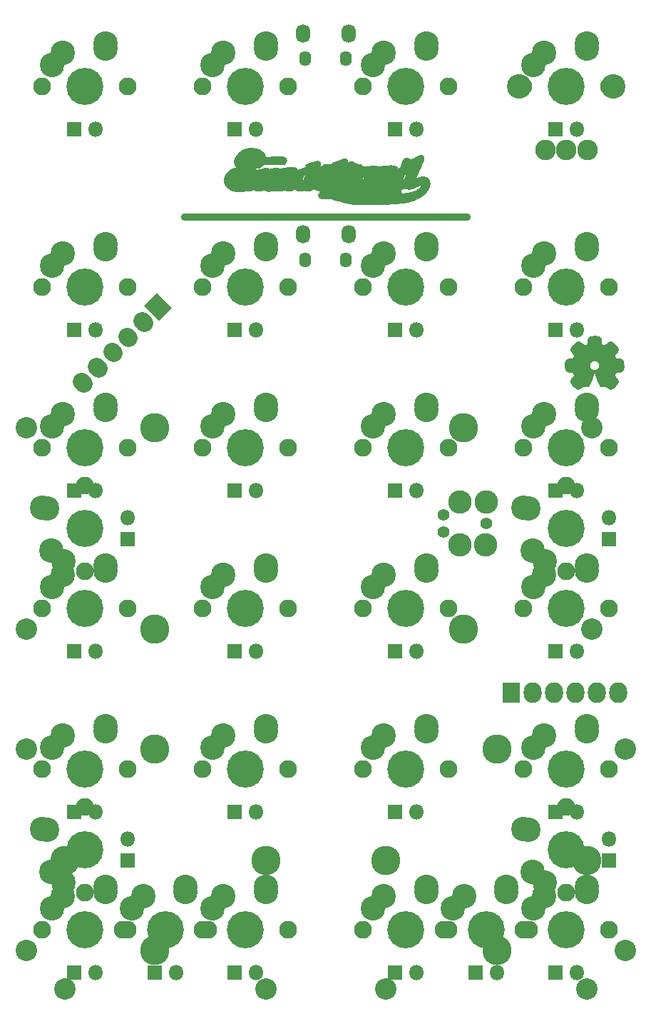
<source format=gbr>
G04 #@! TF.FileFunction,Soldermask,Top*
%FSLAX46Y46*%
G04 Gerber Fmt 4.6, Leading zero omitted, Abs format (unit mm)*
G04 Created by KiCad (PCBNEW 4.0.1-stable) date 3/30/2016 9:00:25 PM*
%MOMM*%
G01*
G04 APERTURE LIST*
%ADD10C,0.100000*%
%ADD11C,0.010000*%
%ADD12C,2.540000*%
%ADD13C,3.479800*%
%ADD14C,1.394460*%
%ADD15C,1.391920*%
%ADD16C,2.778760*%
%ADD17C,2.776220*%
%ADD18O,1.706400X2.206400*%
%ADD19O,1.406400X1.806400*%
%ADD20O,1.806400X1.806400*%
%ADD21R,1.806400X1.806400*%
%ADD22C,4.394210*%
%ADD23C,2.108210*%
%ADD24C,2.906400*%
%ADD25O,34.406400X0.906400*%
%ADD26C,2.438400*%
%ADD27C,2.133600*%
%ADD28R,2.133600X2.438400*%
%ADD29O,2.133600X2.438400*%
G04 APERTURE END LIST*
D10*
G36*
X160454352Y-105749738D02*
X160510904Y-108751430D01*
X160537391Y-108752079D01*
X160563540Y-108754004D01*
X160589322Y-108757177D01*
X160614705Y-108761566D01*
X160639659Y-108767141D01*
X160664154Y-108773873D01*
X160688160Y-108781730D01*
X160711647Y-108790682D01*
X160734583Y-108800699D01*
X160756939Y-108811751D01*
X160778685Y-108823807D01*
X160799790Y-108836838D01*
X160820224Y-108850812D01*
X160839956Y-108865700D01*
X160858957Y-108881471D01*
X160877195Y-108898095D01*
X160894642Y-108915541D01*
X160911265Y-108933780D01*
X160927036Y-108952781D01*
X160941924Y-108972513D01*
X160955898Y-108992947D01*
X160968928Y-109014052D01*
X160980985Y-109035798D01*
X160992036Y-109058155D01*
X161002054Y-109081091D01*
X161011006Y-109104578D01*
X161018862Y-109128584D01*
X161025594Y-109153080D01*
X161031169Y-109178034D01*
X161035558Y-109203417D01*
X161038731Y-109229199D01*
X161040656Y-109255348D01*
X161041305Y-109281836D01*
X161040656Y-109308292D01*
X161038731Y-109334414D01*
X161035558Y-109360171D01*
X161031169Y-109385534D01*
X161025594Y-109410471D01*
X161018862Y-109434953D01*
X161011006Y-109458948D01*
X161002054Y-109482426D01*
X160992036Y-109505357D01*
X160980985Y-109527710D01*
X160968928Y-109549455D01*
X160955898Y-109570561D01*
X160941924Y-109590998D01*
X160927036Y-109610735D01*
X160911265Y-109629742D01*
X160894642Y-109647988D01*
X160877195Y-109665443D01*
X160858957Y-109682076D01*
X160839956Y-109697857D01*
X160820224Y-109712756D01*
X160799790Y-109726741D01*
X160778685Y-109739783D01*
X160756939Y-109751850D01*
X160734583Y-109762913D01*
X160711647Y-109772941D01*
X160688160Y-109781903D01*
X160664154Y-109789769D01*
X160639659Y-109796509D01*
X160614705Y-109802092D01*
X160589322Y-109806487D01*
X160563540Y-109809664D01*
X160537391Y-109811592D01*
X160510904Y-109812242D01*
X160484416Y-109811592D01*
X160458267Y-109809664D01*
X160432486Y-109806487D01*
X160407103Y-109802092D01*
X160382148Y-109796509D01*
X160357653Y-109789769D01*
X160333647Y-109781903D01*
X160310161Y-109772941D01*
X160287225Y-109762913D01*
X160264868Y-109751850D01*
X160243123Y-109739783D01*
X160222018Y-109726741D01*
X160201584Y-109712756D01*
X160181852Y-109697857D01*
X160162851Y-109682076D01*
X160144612Y-109665443D01*
X160127166Y-109647988D01*
X160110542Y-109629742D01*
X160094771Y-109610735D01*
X160079884Y-109590998D01*
X160065909Y-109570561D01*
X160052879Y-109549455D01*
X160040823Y-109527710D01*
X160029771Y-109505357D01*
X160019754Y-109482426D01*
X160010802Y-109458948D01*
X160002945Y-109434953D01*
X159996214Y-109410471D01*
X159990638Y-109385534D01*
X159986249Y-109360171D01*
X159983077Y-109334414D01*
X159981151Y-109308292D01*
X159980502Y-109281836D01*
X159981151Y-109255348D01*
X159983077Y-109229199D01*
X159986249Y-109203417D01*
X159990638Y-109178034D01*
X159996214Y-109153080D01*
X160002945Y-109128584D01*
X160010802Y-109104578D01*
X160019754Y-109081091D01*
X160029771Y-109058155D01*
X160040823Y-109035798D01*
X160052879Y-109014052D01*
X160065909Y-108992947D01*
X160079884Y-108972513D01*
X160094771Y-108952781D01*
X160110542Y-108933780D01*
X160127166Y-108915541D01*
X160144612Y-108898095D01*
X160162851Y-108881471D01*
X160181852Y-108865700D01*
X160201584Y-108850812D01*
X160222018Y-108836838D01*
X160243123Y-108823807D01*
X160264868Y-108811751D01*
X160287225Y-108800699D01*
X160310161Y-108790682D01*
X160333647Y-108781730D01*
X160357653Y-108773873D01*
X160382148Y-108767141D01*
X160407103Y-108761566D01*
X160432486Y-108757177D01*
X160458267Y-108754004D01*
X160484416Y-108752079D01*
X160510904Y-108751430D01*
X160454352Y-105749738D01*
X160430048Y-105752123D01*
X160405597Y-105755513D01*
X160380921Y-105759666D01*
X160355942Y-105764338D01*
X160330581Y-105769287D01*
X160304761Y-105774272D01*
X160278404Y-105779048D01*
X160251432Y-105783373D01*
X160212870Y-105789280D01*
X160175998Y-105795500D01*
X160140781Y-105802061D01*
X160107184Y-105808990D01*
X160075174Y-105816314D01*
X160044716Y-105824061D01*
X160015775Y-105832259D01*
X159988317Y-105840933D01*
X159962308Y-105850113D01*
X159937714Y-105859824D01*
X159914499Y-105870095D01*
X159892630Y-105880952D01*
X159872072Y-105892424D01*
X159852790Y-105904537D01*
X159834751Y-105917318D01*
X159817920Y-105930795D01*
X159802263Y-105944996D01*
X159787745Y-105959947D01*
X159774331Y-105975677D01*
X159761988Y-105992211D01*
X159750681Y-106009578D01*
X159740376Y-106027805D01*
X159731038Y-106046919D01*
X159722633Y-106066948D01*
X159715126Y-106087918D01*
X159708483Y-106109858D01*
X159702670Y-106132794D01*
X159697652Y-106156754D01*
X159693395Y-106181765D01*
X159689864Y-106207855D01*
X159687026Y-106235050D01*
X159684964Y-106261435D01*
X159683352Y-106288302D01*
X159682060Y-106315565D01*
X159680961Y-106343133D01*
X159679928Y-106370921D01*
X159678833Y-106398838D01*
X159677547Y-106426798D01*
X159675943Y-106454712D01*
X159673894Y-106482491D01*
X159671271Y-106510048D01*
X159667947Y-106537295D01*
X159663793Y-106564143D01*
X159658683Y-106590504D01*
X159652488Y-106616291D01*
X159645080Y-106641414D01*
X159636332Y-106665786D01*
X159626116Y-106689318D01*
X159614304Y-106711923D01*
X159600768Y-106733513D01*
X159585381Y-106753998D01*
X159568616Y-106772577D01*
X159549280Y-106790500D01*
X159527845Y-106807294D01*
X159504782Y-106822484D01*
X159480562Y-106835598D01*
X159455658Y-106846163D01*
X159430540Y-106853705D01*
X159405681Y-106857752D01*
X159381551Y-106857830D01*
X159358623Y-106853465D01*
X159337368Y-106844186D01*
X159314810Y-106830665D01*
X159292476Y-106816475D01*
X159270340Y-106801686D01*
X159248376Y-106786366D01*
X159226557Y-106770587D01*
X159204860Y-106754417D01*
X159183257Y-106737925D01*
X159161723Y-106721182D01*
X159140232Y-106704256D01*
X159118758Y-106687218D01*
X159097276Y-106670136D01*
X159075760Y-106653081D01*
X159054185Y-106636122D01*
X159032523Y-106619328D01*
X159010751Y-106602769D01*
X158988841Y-106586514D01*
X158966768Y-106570634D01*
X158944507Y-106555197D01*
X158922031Y-106540273D01*
X158899315Y-106525932D01*
X158876333Y-106512243D01*
X158853060Y-106499275D01*
X158829469Y-106487099D01*
X158805535Y-106475783D01*
X158781232Y-106465398D01*
X158756534Y-106456012D01*
X158731416Y-106447696D01*
X158705851Y-106440518D01*
X158679815Y-106434549D01*
X158653281Y-106429858D01*
X158626223Y-106426514D01*
X158597066Y-106424511D01*
X158569052Y-106424193D01*
X158542126Y-106425490D01*
X158516231Y-106428333D01*
X158491311Y-106432652D01*
X158467310Y-106438378D01*
X158444172Y-106445442D01*
X158421840Y-106453775D01*
X158400258Y-106463307D01*
X158379371Y-106473969D01*
X158359121Y-106485691D01*
X158339453Y-106498406D01*
X158320310Y-106512042D01*
X158301637Y-106526531D01*
X158283377Y-106541804D01*
X158265473Y-106557791D01*
X158247871Y-106574422D01*
X158230513Y-106591630D01*
X158213343Y-106609344D01*
X158196305Y-106627495D01*
X158179344Y-106646014D01*
X158162402Y-106664831D01*
X158145423Y-106683878D01*
X158128352Y-106703085D01*
X158111132Y-106722382D01*
X158093707Y-106741701D01*
X158076021Y-106760971D01*
X158058018Y-106780125D01*
X158039640Y-106799092D01*
X158023858Y-106814847D01*
X158007194Y-106831144D01*
X157989769Y-106847965D01*
X157971703Y-106865295D01*
X157953114Y-106883117D01*
X157934123Y-106901415D01*
X157914850Y-106920174D01*
X157895413Y-106939376D01*
X157875933Y-106959006D01*
X157856529Y-106979047D01*
X157837321Y-106999484D01*
X157818428Y-107020299D01*
X157799971Y-107041478D01*
X157782068Y-107063003D01*
X157764840Y-107084859D01*
X157748406Y-107107029D01*
X157732886Y-107129498D01*
X157718399Y-107152249D01*
X157705065Y-107175265D01*
X157693004Y-107198531D01*
X157682335Y-107222030D01*
X157673179Y-107245747D01*
X157665654Y-107269665D01*
X157659880Y-107293768D01*
X157655977Y-107318040D01*
X157653361Y-107345830D01*
X157652333Y-107373056D01*
X157652823Y-107399741D01*
X157654758Y-107425907D01*
X157658069Y-107451576D01*
X157662684Y-107476771D01*
X157668532Y-107501515D01*
X157675542Y-107525829D01*
X157683643Y-107549736D01*
X157692764Y-107573259D01*
X157702835Y-107596420D01*
X157713783Y-107619241D01*
X157725538Y-107641744D01*
X157738030Y-107663953D01*
X157751186Y-107685890D01*
X157764937Y-107707576D01*
X157779210Y-107729035D01*
X157793935Y-107750288D01*
X157809041Y-107771359D01*
X157824458Y-107792269D01*
X157840113Y-107813041D01*
X157855935Y-107833698D01*
X157871855Y-107854261D01*
X157887801Y-107874754D01*
X157903701Y-107895198D01*
X157919485Y-107915616D01*
X157935082Y-107936031D01*
X157950421Y-107956464D01*
X157965430Y-107976939D01*
X157980039Y-107997477D01*
X157994177Y-108018102D01*
X158009343Y-108040103D01*
X158023192Y-108061047D01*
X158034824Y-108081541D01*
X158043336Y-108102191D01*
X158047830Y-108123603D01*
X158047402Y-108146383D01*
X158041153Y-108171139D01*
X158028182Y-108198477D01*
X158017211Y-108218907D01*
X158007208Y-108239722D01*
X157997737Y-108260598D01*
X157988362Y-108281210D01*
X157978647Y-108301235D01*
X157968156Y-108320348D01*
X157956452Y-108338225D01*
X157943100Y-108354543D01*
X157927663Y-108368978D01*
X157909706Y-108381205D01*
X157888792Y-108390900D01*
X157864486Y-108397739D01*
X157836351Y-108401399D01*
X157811719Y-108403013D01*
X157786647Y-108404659D01*
X157761187Y-108406376D01*
X157735388Y-108408207D01*
X157709303Y-108410191D01*
X157682981Y-108412370D01*
X157656473Y-108414786D01*
X157629832Y-108417478D01*
X157603107Y-108420489D01*
X157576349Y-108423858D01*
X157549609Y-108427628D01*
X157522939Y-108431839D01*
X157496389Y-108436533D01*
X157470010Y-108441750D01*
X157443853Y-108447531D01*
X157417969Y-108453917D01*
X157392409Y-108460950D01*
X157367223Y-108468670D01*
X157342463Y-108477119D01*
X157318180Y-108486338D01*
X157294424Y-108496367D01*
X157271246Y-108507247D01*
X157248698Y-108519021D01*
X157226830Y-108531728D01*
X157205693Y-108545409D01*
X157185337Y-108560107D01*
X157165815Y-108575861D01*
X157147177Y-108592713D01*
X157129473Y-108610704D01*
X157112755Y-108629875D01*
X157097074Y-108650267D01*
X157082480Y-108671921D01*
X157069024Y-108694878D01*
X157056216Y-108719327D01*
X157044441Y-108743711D01*
X157033664Y-108768046D01*
X157023847Y-108792350D01*
X157014956Y-108816640D01*
X157006954Y-108840931D01*
X156999805Y-108865242D01*
X156993473Y-108889589D01*
X156987922Y-108913988D01*
X156983116Y-108938457D01*
X156979018Y-108963013D01*
X156975593Y-108987672D01*
X156972805Y-109012452D01*
X156970617Y-109037369D01*
X156968993Y-109062440D01*
X156967898Y-109087682D01*
X156967295Y-109113112D01*
X156967148Y-109138746D01*
X156967422Y-109164603D01*
X156968079Y-109190697D01*
X156969084Y-109217047D01*
X156970402Y-109243670D01*
X156971995Y-109270581D01*
X156973827Y-109297798D01*
X156975864Y-109325338D01*
X156978067Y-109353218D01*
X156980403Y-109381455D01*
X156982833Y-109410065D01*
X156985324Y-109439065D01*
X156987837Y-109468472D01*
X156990337Y-109498304D01*
X156992789Y-109528577D01*
X156995155Y-109559307D01*
X156997401Y-109590512D01*
X156999489Y-109622209D01*
X157001384Y-109654414D01*
X157003609Y-109680639D01*
X157007337Y-109706219D01*
X157012518Y-109731147D01*
X157019101Y-109755412D01*
X157027035Y-109779006D01*
X157036269Y-109801918D01*
X157046752Y-109824141D01*
X157058432Y-109845664D01*
X157071260Y-109866478D01*
X157085183Y-109886574D01*
X157100150Y-109905943D01*
X157116112Y-109924576D01*
X157133016Y-109942462D01*
X157150811Y-109959594D01*
X157169447Y-109975961D01*
X157188873Y-109991554D01*
X157209037Y-110006365D01*
X157229889Y-110020383D01*
X157251377Y-110033600D01*
X157273450Y-110046006D01*
X157296058Y-110057593D01*
X157319150Y-110068349D01*
X157342673Y-110078268D01*
X157366578Y-110087338D01*
X157390813Y-110095552D01*
X157415328Y-110102899D01*
X157440070Y-110109370D01*
X157464990Y-110114957D01*
X157490036Y-110119649D01*
X157515157Y-110123438D01*
X157540303Y-110126314D01*
X157565421Y-110128268D01*
X157589975Y-110129167D01*
X157615566Y-110129257D01*
X157641938Y-110128845D01*
X157668836Y-110128235D01*
X157696005Y-110127734D01*
X157723191Y-110127647D01*
X157750139Y-110128280D01*
X157776593Y-110129937D01*
X157802298Y-110132925D01*
X157827001Y-110137550D01*
X157850444Y-110144116D01*
X157872375Y-110152929D01*
X157892537Y-110164295D01*
X157910676Y-110178520D01*
X157926537Y-110195909D01*
X157939642Y-110213173D01*
X157952798Y-110231286D01*
X157965763Y-110250176D01*
X157978293Y-110269775D01*
X157990145Y-110290013D01*
X158001077Y-110310820D01*
X158010845Y-110332126D01*
X158019206Y-110353863D01*
X158025918Y-110375960D01*
X158030737Y-110398348D01*
X158033421Y-110420958D01*
X158033726Y-110443719D01*
X158031410Y-110466562D01*
X158026229Y-110489418D01*
X158017941Y-110512217D01*
X158006302Y-110534889D01*
X157991069Y-110557365D01*
X157972000Y-110579575D01*
X157955319Y-110597125D01*
X157938448Y-110615154D01*
X157921452Y-110633645D01*
X157904393Y-110652584D01*
X157887335Y-110671953D01*
X157870341Y-110691737D01*
X157853474Y-110711921D01*
X157836798Y-110732487D01*
X157820376Y-110753420D01*
X157804271Y-110774704D01*
X157788547Y-110796324D01*
X157773266Y-110818262D01*
X157758493Y-110840504D01*
X157744291Y-110863032D01*
X157730723Y-110885832D01*
X157717851Y-110908886D01*
X157705741Y-110932180D01*
X157694454Y-110955697D01*
X157684054Y-110979421D01*
X157674605Y-111003337D01*
X157666169Y-111027427D01*
X157658811Y-111051677D01*
X157652593Y-111076070D01*
X157647579Y-111100590D01*
X157643831Y-111125222D01*
X157641415Y-111149949D01*
X157640392Y-111174755D01*
X157640825Y-111199624D01*
X157642780Y-111224541D01*
X157646317Y-111249489D01*
X157651502Y-111274452D01*
X157658397Y-111299415D01*
X157667066Y-111324362D01*
X157677437Y-111350015D01*
X157688574Y-111375142D01*
X157700445Y-111399760D01*
X157713023Y-111423889D01*
X157726278Y-111447548D01*
X157740180Y-111470755D01*
X157754701Y-111493529D01*
X157769812Y-111515889D01*
X157785482Y-111537855D01*
X157801684Y-111559444D01*
X157818387Y-111580677D01*
X157835563Y-111601570D01*
X157853182Y-111622145D01*
X157871216Y-111642419D01*
X157889634Y-111662411D01*
X157908408Y-111682140D01*
X157927508Y-111701625D01*
X157946906Y-111720885D01*
X157966572Y-111739939D01*
X157986477Y-111758805D01*
X158006591Y-111777503D01*
X158026886Y-111796051D01*
X158047333Y-111814468D01*
X158067901Y-111832774D01*
X158088563Y-111850986D01*
X158109288Y-111869125D01*
X158130048Y-111887208D01*
X158150812Y-111905254D01*
X158171553Y-111923283D01*
X158192241Y-111941314D01*
X158212847Y-111959364D01*
X158233341Y-111977454D01*
X158253694Y-111995601D01*
X158273878Y-112013825D01*
X158293862Y-112032145D01*
X158313618Y-112050580D01*
X158333117Y-112069148D01*
X158349897Y-112083948D01*
X158367370Y-112096692D01*
X158385502Y-112107460D01*
X158404260Y-112116328D01*
X158423610Y-112123375D01*
X158443520Y-112128679D01*
X158463956Y-112132319D01*
X158484885Y-112134371D01*
X158506273Y-112134915D01*
X158528088Y-112134029D01*
X158550295Y-112131790D01*
X158572863Y-112128277D01*
X158595756Y-112123567D01*
X158618943Y-112117740D01*
X158642390Y-112110872D01*
X158666064Y-112103043D01*
X158689930Y-112094330D01*
X158713957Y-112084811D01*
X158738111Y-112074565D01*
X158762358Y-112063670D01*
X158786665Y-112052203D01*
X158811000Y-112040242D01*
X158835328Y-112027867D01*
X158859616Y-112015155D01*
X158883832Y-112002184D01*
X158907941Y-111989032D01*
X158931911Y-111975777D01*
X158955709Y-111962498D01*
X158979300Y-111949272D01*
X159002652Y-111936178D01*
X159025732Y-111923294D01*
X159048506Y-111910698D01*
X159070941Y-111898467D01*
X159093004Y-111886681D01*
X159114661Y-111875417D01*
X159135879Y-111864753D01*
X159156625Y-111854768D01*
X159172782Y-111847704D01*
X159188646Y-111841837D01*
X159204586Y-111837072D01*
X159220967Y-111833312D01*
X159238156Y-111830465D01*
X159256519Y-111828434D01*
X159276423Y-111827126D01*
X159298234Y-111826445D01*
X159322320Y-111826297D01*
X159349046Y-111826588D01*
X159378779Y-111827221D01*
X159411886Y-111828103D01*
X159448733Y-111829139D01*
X159489687Y-111830233D01*
X159535114Y-111831292D01*
X159585381Y-111832221D01*
X159613544Y-111832550D01*
X159640543Y-111832682D01*
X159666632Y-111832663D01*
X159692068Y-111832540D01*
X159717104Y-111832359D01*
X159741996Y-111832168D01*
X159766998Y-111832011D01*
X159792367Y-111831937D01*
X159818357Y-111831991D01*
X159845222Y-111832221D01*
X160149787Y-111109981D01*
X160510904Y-110252461D01*
X160872020Y-111109981D01*
X161176955Y-111843679D01*
X161201979Y-111843627D01*
X161227454Y-111843540D01*
X161252998Y-111843523D01*
X161278230Y-111843679D01*
X161293342Y-111843738D01*
X161311143Y-111843739D01*
X161331402Y-111843710D01*
X161353888Y-111843676D01*
X161378374Y-111843664D01*
X161404628Y-111843700D01*
X161432420Y-111843811D01*
X161461522Y-111844023D01*
X161491702Y-111844362D01*
X161522732Y-111844856D01*
X161554381Y-111845530D01*
X161586420Y-111846411D01*
X161618618Y-111847525D01*
X161650747Y-111848899D01*
X161682575Y-111850559D01*
X161713873Y-111852532D01*
X161744412Y-111854844D01*
X161773961Y-111857521D01*
X161802290Y-111860590D01*
X161829171Y-111864078D01*
X161854372Y-111868010D01*
X161877664Y-111872413D01*
X161898818Y-111877314D01*
X161923688Y-111884473D01*
X161947416Y-111892713D01*
X161970085Y-111901928D01*
X161991778Y-111912016D01*
X162012580Y-111922872D01*
X162032574Y-111934392D01*
X162051843Y-111946471D01*
X162070471Y-111959006D01*
X162088541Y-111971893D01*
X162106137Y-111985027D01*
X162123342Y-111998303D01*
X162140240Y-112011619D01*
X162156915Y-112024869D01*
X162173449Y-112037950D01*
X162189927Y-112050758D01*
X162206432Y-112063188D01*
X162223048Y-112075135D01*
X162239857Y-112086497D01*
X162256944Y-112097169D01*
X162274391Y-112107046D01*
X162292284Y-112116025D01*
X162310704Y-112124001D01*
X162329736Y-112130870D01*
X162349463Y-112136529D01*
X162369968Y-112140872D01*
X162391336Y-112143795D01*
X162413649Y-112145196D01*
X162436991Y-112144968D01*
X162461446Y-112143009D01*
X162487097Y-112139214D01*
X162514028Y-112133479D01*
X162542322Y-112125700D01*
X162568659Y-112117134D01*
X162594149Y-112107820D01*
X162618836Y-112097781D01*
X162642766Y-112087036D01*
X162665982Y-112075607D01*
X162688531Y-112063512D01*
X162710456Y-112050774D01*
X162731803Y-112037413D01*
X162752617Y-112023449D01*
X162772941Y-112008903D01*
X162792821Y-111993796D01*
X162812302Y-111978148D01*
X162831429Y-111961979D01*
X162850246Y-111945311D01*
X162868798Y-111928164D01*
X162887130Y-111910559D01*
X162905287Y-111892515D01*
X162923313Y-111874054D01*
X162941254Y-111855197D01*
X162959154Y-111835964D01*
X162977057Y-111816375D01*
X162995010Y-111796451D01*
X163013056Y-111776213D01*
X163031240Y-111755681D01*
X163049608Y-111734876D01*
X163068203Y-111713819D01*
X163087072Y-111692530D01*
X163106258Y-111671029D01*
X163125806Y-111649338D01*
X163145761Y-111627477D01*
X163166169Y-111605466D01*
X163187073Y-111583326D01*
X163208518Y-111561078D01*
X163230550Y-111538742D01*
X163248451Y-111519772D01*
X163265051Y-111500007D01*
X163280360Y-111479501D01*
X163294388Y-111458306D01*
X163307145Y-111436475D01*
X163318640Y-111414061D01*
X163328885Y-111391118D01*
X163337888Y-111367698D01*
X163345659Y-111343853D01*
X163352209Y-111319639D01*
X163357548Y-111295106D01*
X163361685Y-111270308D01*
X163364630Y-111245299D01*
X163366394Y-111220130D01*
X163366985Y-111194856D01*
X163366415Y-111169528D01*
X163364693Y-111144201D01*
X163361830Y-111118926D01*
X163357834Y-111093758D01*
X163352716Y-111068748D01*
X163346486Y-111043950D01*
X163339153Y-111019418D01*
X163330729Y-110995203D01*
X163321222Y-110971359D01*
X163310643Y-110947938D01*
X163299001Y-110924995D01*
X163286307Y-110902581D01*
X163272570Y-110880751D01*
X163257801Y-110859556D01*
X163242008Y-110839049D01*
X163225496Y-110819537D01*
X163208018Y-110800256D01*
X163189803Y-110781138D01*
X163171077Y-110762114D01*
X163152067Y-110743114D01*
X163132999Y-110724070D01*
X163114099Y-110704911D01*
X163095595Y-110685569D01*
X163077713Y-110665974D01*
X163060680Y-110646058D01*
X163044723Y-110625751D01*
X163030067Y-110604983D01*
X163016940Y-110583687D01*
X163005568Y-110561791D01*
X162996178Y-110539228D01*
X162988997Y-110515928D01*
X162984251Y-110491822D01*
X162982167Y-110466841D01*
X162982285Y-110444761D01*
X162983770Y-110422263D01*
X162986654Y-110399539D01*
X162990968Y-110376781D01*
X162996745Y-110354181D01*
X163004016Y-110331929D01*
X163012813Y-110310219D01*
X163023169Y-110289240D01*
X163035115Y-110269186D01*
X163048683Y-110250248D01*
X163063906Y-110232616D01*
X163080814Y-110216484D01*
X163099441Y-110202043D01*
X163119817Y-110189484D01*
X163141975Y-110178999D01*
X163165948Y-110170779D01*
X163191766Y-110165017D01*
X163219462Y-110161904D01*
X163243636Y-110160449D01*
X163268247Y-110158866D01*
X163293244Y-110157119D01*
X163318573Y-110155171D01*
X163344184Y-110152986D01*
X163370024Y-110150528D01*
X163396040Y-110147760D01*
X163422182Y-110144647D01*
X163448397Y-110141151D01*
X163474633Y-110137238D01*
X163500838Y-110132870D01*
X163526960Y-110128012D01*
X163552946Y-110122627D01*
X163578746Y-110116679D01*
X163604306Y-110110132D01*
X163629576Y-110102949D01*
X163654502Y-110095095D01*
X163679033Y-110086532D01*
X163703116Y-110077226D01*
X163726701Y-110067139D01*
X163749734Y-110056236D01*
X163772164Y-110044479D01*
X163793939Y-110031834D01*
X163815006Y-110018264D01*
X163835314Y-110003732D01*
X163854810Y-109988202D01*
X163873443Y-109971638D01*
X163891161Y-109954005D01*
X163907911Y-109935265D01*
X163923642Y-109915382D01*
X163938301Y-109894320D01*
X163951837Y-109872044D01*
X163964197Y-109848516D01*
X163975330Y-109823700D01*
X163985324Y-109798289D01*
X163994304Y-109772921D01*
X164002315Y-109747585D01*
X164009403Y-109722267D01*
X164015614Y-109696958D01*
X164020995Y-109671644D01*
X164025592Y-109646314D01*
X164029450Y-109620956D01*
X164032616Y-109595558D01*
X164035136Y-109570108D01*
X164037056Y-109544595D01*
X164038422Y-109519007D01*
X164039280Y-109493332D01*
X164039677Y-109467557D01*
X164039657Y-109441672D01*
X164039269Y-109415663D01*
X164038557Y-109389521D01*
X164037567Y-109363231D01*
X164036346Y-109336784D01*
X164034941Y-109310166D01*
X164033396Y-109283367D01*
X164031758Y-109256373D01*
X164030073Y-109229174D01*
X164028388Y-109201757D01*
X164026748Y-109174111D01*
X164025200Y-109146224D01*
X164023789Y-109118084D01*
X164022561Y-109089678D01*
X164021564Y-109060996D01*
X164020842Y-109032026D01*
X164020442Y-109002754D01*
X164020410Y-108973171D01*
X164020793Y-108943263D01*
X164020453Y-108916800D01*
X164018507Y-108890799D01*
X164015007Y-108865284D01*
X164010005Y-108840279D01*
X164003554Y-108815807D01*
X163995706Y-108791893D01*
X163986513Y-108768560D01*
X163976027Y-108745831D01*
X163964301Y-108723732D01*
X163951387Y-108702284D01*
X163937336Y-108681512D01*
X163922202Y-108661440D01*
X163906037Y-108642092D01*
X163888892Y-108623491D01*
X163870820Y-108605661D01*
X163851874Y-108588625D01*
X163832105Y-108572408D01*
X163811566Y-108557033D01*
X163790308Y-108542524D01*
X163768385Y-108528904D01*
X163745848Y-108516198D01*
X163722750Y-108504429D01*
X163699143Y-108493621D01*
X163675079Y-108483798D01*
X163650610Y-108474982D01*
X163625789Y-108467199D01*
X163600668Y-108460472D01*
X163575299Y-108454824D01*
X163549735Y-108450280D01*
X163524027Y-108446862D01*
X163498725Y-108444625D01*
X163472689Y-108443310D01*
X163446063Y-108442697D01*
X163418988Y-108442566D01*
X163391608Y-108442695D01*
X163364064Y-108442865D01*
X163336500Y-108442854D01*
X163309058Y-108442443D01*
X163281881Y-108441410D01*
X163255111Y-108439536D01*
X163228891Y-108436599D01*
X163203363Y-108432379D01*
X163178670Y-108426655D01*
X163154955Y-108419207D01*
X163132360Y-108409815D01*
X163111028Y-108398257D01*
X163091102Y-108384313D01*
X163072724Y-108367763D01*
X163058072Y-108352238D01*
X163043331Y-108335322D01*
X163028854Y-108317155D01*
X163014997Y-108297874D01*
X163002113Y-108277617D01*
X162990556Y-108256522D01*
X162980681Y-108234728D01*
X162972841Y-108212371D01*
X162967391Y-108189591D01*
X162964686Y-108166525D01*
X162965078Y-108143311D01*
X162968923Y-108120088D01*
X162976575Y-108096992D01*
X162988387Y-108074163D01*
X163004714Y-108051737D01*
X163020366Y-108033331D01*
X163036299Y-108014643D01*
X163052457Y-107995680D01*
X163068783Y-107976443D01*
X163085222Y-107956938D01*
X163101716Y-107937167D01*
X163118210Y-107917135D01*
X163134648Y-107896844D01*
X163150973Y-107876300D01*
X163167129Y-107855506D01*
X163183059Y-107834465D01*
X163198708Y-107813181D01*
X163214020Y-107791659D01*
X163228937Y-107769901D01*
X163243405Y-107747911D01*
X163257366Y-107725694D01*
X163270765Y-107703253D01*
X163283544Y-107680592D01*
X163295649Y-107657714D01*
X163307022Y-107634623D01*
X163317608Y-107611324D01*
X163327350Y-107587819D01*
X163336192Y-107564113D01*
X163344078Y-107540209D01*
X163350951Y-107516112D01*
X163356756Y-107491824D01*
X163361435Y-107467349D01*
X163364934Y-107442692D01*
X163367195Y-107417856D01*
X163368163Y-107392845D01*
X163367780Y-107367663D01*
X163365992Y-107342313D01*
X163362741Y-107316798D01*
X163357972Y-107291124D01*
X163351628Y-107265294D01*
X163343653Y-107239310D01*
X163334099Y-107213183D01*
X163323358Y-107187420D01*
X163311496Y-107162023D01*
X163298582Y-107136992D01*
X163284681Y-107112328D01*
X163269862Y-107088032D01*
X163254191Y-107064105D01*
X163237736Y-107040546D01*
X163220563Y-107017356D01*
X163202740Y-106994537D01*
X163184334Y-106972088D01*
X163165413Y-106950011D01*
X163146042Y-106928305D01*
X163126290Y-106906973D01*
X163106223Y-106886013D01*
X163085909Y-106865427D01*
X163065415Y-106845215D01*
X163044808Y-106825379D01*
X163024155Y-106805918D01*
X163003523Y-106786833D01*
X162982979Y-106768126D01*
X162962591Y-106749795D01*
X162942426Y-106731843D01*
X162922550Y-106714270D01*
X162903032Y-106697076D01*
X162883937Y-106680262D01*
X162865334Y-106663828D01*
X162847289Y-106647776D01*
X162829869Y-106632105D01*
X162813142Y-106616817D01*
X162797175Y-106601912D01*
X162782035Y-106587391D01*
X162767789Y-106573253D01*
X162749326Y-106555583D01*
X162730097Y-106539126D01*
X162710151Y-106523874D01*
X162689535Y-106509824D01*
X162668298Y-106496967D01*
X162646489Y-106485299D01*
X162624156Y-106474813D01*
X162601348Y-106465503D01*
X162578113Y-106457364D01*
X162554499Y-106450389D01*
X162530556Y-106444572D01*
X162506330Y-106439907D01*
X162481872Y-106436389D01*
X162457229Y-106434010D01*
X162432450Y-106432765D01*
X162407584Y-106432649D01*
X162382678Y-106433654D01*
X162357781Y-106435776D01*
X162332942Y-106439007D01*
X162308209Y-106443343D01*
X162283631Y-106448776D01*
X162259256Y-106455301D01*
X162235132Y-106462912D01*
X162211309Y-106471602D01*
X162187834Y-106481367D01*
X162164755Y-106492199D01*
X162142122Y-106504093D01*
X162119984Y-106517042D01*
X162098387Y-106531042D01*
X162077381Y-106546084D01*
X162057014Y-106562165D01*
X162037766Y-106578698D01*
X162018622Y-106596175D01*
X161999534Y-106614385D01*
X161980453Y-106633116D01*
X161961330Y-106652158D01*
X161942117Y-106671299D01*
X161922764Y-106690328D01*
X161903224Y-106709034D01*
X161883446Y-106727206D01*
X161863382Y-106744632D01*
X161842984Y-106761102D01*
X161822203Y-106776405D01*
X161800989Y-106790329D01*
X161779294Y-106802663D01*
X161757069Y-106813196D01*
X161734265Y-106821718D01*
X161710834Y-106828015D01*
X161686726Y-106831879D01*
X161661893Y-106833097D01*
X161641069Y-106832592D01*
X161618813Y-106831408D01*
X161595570Y-106829333D01*
X161571788Y-106826151D01*
X161547912Y-106821648D01*
X161524389Y-106815611D01*
X161501664Y-106807824D01*
X161480183Y-106798075D01*
X161460394Y-106786148D01*
X161442741Y-106771829D01*
X161427671Y-106754905D01*
X161415631Y-106735161D01*
X161407065Y-106712384D01*
X161402421Y-106686358D01*
X161400487Y-106663622D01*
X161398704Y-106640303D01*
X161397037Y-106616451D01*
X161395448Y-106592119D01*
X161393899Y-106567357D01*
X161392353Y-106542216D01*
X161390773Y-106516749D01*
X161389121Y-106491005D01*
X161387361Y-106465037D01*
X161385454Y-106438896D01*
X161383363Y-106412633D01*
X161381052Y-106386299D01*
X161378482Y-106359946D01*
X161375616Y-106333625D01*
X161372417Y-106307386D01*
X161368848Y-106281282D01*
X161364871Y-106255364D01*
X161360449Y-106229683D01*
X161355545Y-106204291D01*
X161350121Y-106179238D01*
X161344139Y-106154575D01*
X161337563Y-106130355D01*
X161330355Y-106106628D01*
X161322478Y-106083447D01*
X161313894Y-106060861D01*
X161304566Y-106038922D01*
X161294457Y-106017682D01*
X161283529Y-105997192D01*
X161271745Y-105977503D01*
X161259068Y-105958666D01*
X161245460Y-105940733D01*
X161230883Y-105923756D01*
X161215302Y-105907784D01*
X161198677Y-105892870D01*
X161180973Y-105879065D01*
X161162151Y-105866420D01*
X161142174Y-105854986D01*
X161121005Y-105844816D01*
X161098606Y-105835959D01*
X161074940Y-105828467D01*
X161042274Y-105819486D01*
X161010483Y-105811053D01*
X160979516Y-105803161D01*
X160949322Y-105795804D01*
X160919850Y-105788976D01*
X160891047Y-105782672D01*
X160862865Y-105776885D01*
X160835250Y-105771609D01*
X160808151Y-105766839D01*
X160781519Y-105762568D01*
X160755300Y-105758790D01*
X160729445Y-105755499D01*
X160703902Y-105752690D01*
X160678619Y-105750356D01*
X160653546Y-105748490D01*
X160628630Y-105747089D01*
X160603822Y-105746144D01*
X160579070Y-105745650D01*
X160554322Y-105745601D01*
X160529528Y-105745992D01*
X160504635Y-105746816D01*
X160479594Y-105748066D01*
X160454352Y-105749738D01*
X160454352Y-105749738D01*
G37*
D11*
G36*
X119998771Y-83485223D02*
X120181698Y-83507269D01*
X120356428Y-83543970D01*
X120522839Y-83595293D01*
X120680807Y-83661202D01*
X120830213Y-83741664D01*
X120895324Y-83783082D01*
X121014500Y-83871518D01*
X121119273Y-83967726D01*
X121209360Y-84071299D01*
X121284482Y-84181828D01*
X121344358Y-84298906D01*
X121388707Y-84422124D01*
X121415259Y-84538795D01*
X121417995Y-84558285D01*
X121420186Y-84573413D01*
X121423774Y-84584404D01*
X121430700Y-84591483D01*
X121442903Y-84594874D01*
X121462326Y-84594803D01*
X121490909Y-84591494D01*
X121530592Y-84585173D01*
X121583317Y-84576062D01*
X121645034Y-84565408D01*
X121922695Y-84521263D01*
X122186120Y-84485873D01*
X122435552Y-84459209D01*
X122652567Y-84442379D01*
X122730581Y-84438707D01*
X122816656Y-84436717D01*
X122907212Y-84436335D01*
X122998667Y-84437487D01*
X123087442Y-84440099D01*
X123169955Y-84444097D01*
X123242625Y-84449407D01*
X123300267Y-84455735D01*
X123426267Y-84477360D01*
X123537707Y-84505662D01*
X123634355Y-84540536D01*
X123715978Y-84581879D01*
X123782346Y-84629585D01*
X123833224Y-84683551D01*
X123844776Y-84699941D01*
X123873691Y-84751301D01*
X123891572Y-84802738D01*
X123900089Y-84860181D01*
X123901401Y-84900828D01*
X123898335Y-84956623D01*
X123888583Y-85013821D01*
X123871308Y-85075260D01*
X123845675Y-85143778D01*
X123810850Y-85222210D01*
X123800275Y-85244394D01*
X123778879Y-85289316D01*
X123762694Y-85321846D01*
X123748618Y-85344343D01*
X123733544Y-85359165D01*
X123714369Y-85368672D01*
X123687988Y-85375222D01*
X123651296Y-85381173D01*
X123612464Y-85387083D01*
X123554022Y-85395616D01*
X123491902Y-85403302D01*
X123425124Y-85410176D01*
X123352710Y-85416270D01*
X123273679Y-85421618D01*
X123187053Y-85426252D01*
X123091853Y-85430205D01*
X122987099Y-85433510D01*
X122871812Y-85436201D01*
X122745014Y-85438311D01*
X122605724Y-85439871D01*
X122452964Y-85440917D01*
X122285755Y-85441480D01*
X122103117Y-85441593D01*
X121999358Y-85441481D01*
X121193748Y-85440200D01*
X121110358Y-85524078D01*
X121005618Y-85617669D01*
X120891803Y-85697125D01*
X120769591Y-85762152D01*
X120639659Y-85812460D01*
X120502686Y-85847755D01*
X120359347Y-85867746D01*
X120305877Y-85871159D01*
X120185920Y-85876465D01*
X120207854Y-85911183D01*
X120220544Y-85933115D01*
X120237926Y-85965628D01*
X120257509Y-86003969D01*
X120273170Y-86035817D01*
X120316551Y-86125734D01*
X120362726Y-86101694D01*
X120414906Y-86077933D01*
X120476573Y-86056371D01*
X120549901Y-86036376D01*
X120637062Y-86017311D01*
X120679054Y-86009293D01*
X120773969Y-85989088D01*
X120882687Y-85960920D01*
X121004209Y-85925051D01*
X121018085Y-85920719D01*
X121078782Y-85901987D01*
X121138893Y-85884005D01*
X121195015Y-85867750D01*
X121243743Y-85854198D01*
X121281674Y-85844325D01*
X121296970Y-85840758D01*
X121397384Y-85823320D01*
X121486206Y-85817265D01*
X121564679Y-85822934D01*
X121634044Y-85840662D01*
X121695545Y-85870788D01*
X121750423Y-85913651D01*
X121799921Y-85969588D01*
X121807307Y-85979611D01*
X121820263Y-85995539D01*
X121832327Y-86000746D01*
X121850980Y-85997598D01*
X121858025Y-85995648D01*
X122010993Y-85952992D01*
X122148863Y-85915908D01*
X122272469Y-85884234D01*
X122382647Y-85857810D01*
X122480232Y-85836476D01*
X122566060Y-85820071D01*
X122640965Y-85808434D01*
X122705782Y-85801406D01*
X122761348Y-85798824D01*
X122808497Y-85800530D01*
X122845693Y-85805859D01*
X122889302Y-85820307D01*
X122924871Y-85842643D01*
X122949091Y-85870347D01*
X122957358Y-85890824D01*
X122971607Y-85925145D01*
X122995444Y-85950654D01*
X123023351Y-85962956D01*
X123046695Y-85964312D01*
X123078131Y-85960894D01*
X123119002Y-85952355D01*
X123170647Y-85938347D01*
X123234410Y-85918519D01*
X123311630Y-85892525D01*
X123360989Y-85875237D01*
X123550034Y-85808297D01*
X123736301Y-85798581D01*
X123804693Y-85794601D01*
X123880322Y-85789510D01*
X123956997Y-85783769D01*
X124028524Y-85777840D01*
X124083434Y-85772719D01*
X124147241Y-85766556D01*
X124217885Y-85760129D01*
X124288721Y-85754019D01*
X124353104Y-85748807D01*
X124384001Y-85746485D01*
X124524395Y-85740423D01*
X124651386Y-85743729D01*
X124765874Y-85756713D01*
X124868761Y-85779685D01*
X124960950Y-85812954D01*
X125043341Y-85856829D01*
X125116837Y-85911620D01*
X125182340Y-85977635D01*
X125227607Y-86035897D01*
X125272982Y-86100495D01*
X125735303Y-85903080D01*
X125818656Y-85867463D01*
X125897269Y-85833823D01*
X125969778Y-85802747D01*
X126034819Y-85774822D01*
X126091028Y-85750635D01*
X126137042Y-85730772D01*
X126171496Y-85715821D01*
X126193027Y-85706368D01*
X126200267Y-85703016D01*
X126199448Y-85694268D01*
X126195366Y-85672117D01*
X126188639Y-85639645D01*
X126179887Y-85599933D01*
X126177139Y-85587856D01*
X126167967Y-85546665D01*
X126160713Y-85511847D01*
X126155980Y-85486480D01*
X126154372Y-85473642D01*
X126154567Y-85472710D01*
X126162697Y-85468271D01*
X126183765Y-85457250D01*
X126215624Y-85440758D01*
X126256124Y-85419903D01*
X126303119Y-85395797D01*
X126332790Y-85380616D01*
X126381173Y-85356063D01*
X126423244Y-85335290D01*
X126461704Y-85317218D01*
X126499255Y-85300768D01*
X126538598Y-85284861D01*
X126582434Y-85268418D01*
X126633466Y-85250360D01*
X126694395Y-85229607D01*
X126767922Y-85205081D01*
X126793195Y-85196709D01*
X126924155Y-85154091D01*
X127040907Y-85117723D01*
X127144853Y-85087290D01*
X127237397Y-85062479D01*
X127319939Y-85042976D01*
X127393882Y-85028466D01*
X127460628Y-85018636D01*
X127521579Y-85013172D01*
X127578137Y-85011760D01*
X127614034Y-85012912D01*
X127683538Y-85019545D01*
X127740205Y-85031829D01*
X127787568Y-85051083D01*
X127829160Y-85078626D01*
X127856656Y-85103468D01*
X127884196Y-85133081D01*
X127902479Y-85159349D01*
X127915770Y-85189114D01*
X127922272Y-85208720D01*
X127937201Y-85281849D01*
X127940624Y-85366712D01*
X127932640Y-85462710D01*
X127913348Y-85569243D01*
X127882844Y-85685711D01*
X127841228Y-85811515D01*
X127810269Y-85892984D01*
X127794258Y-85933721D01*
X127781042Y-85968238D01*
X127771639Y-85993803D01*
X127767066Y-86007687D01*
X127766878Y-86009400D01*
X127772727Y-86003047D01*
X127787274Y-85985368D01*
X127808857Y-85958435D01*
X127835818Y-85924319D01*
X127866497Y-85885091D01*
X127867467Y-85883845D01*
X127903020Y-85838604D01*
X127939560Y-85792883D01*
X127974067Y-85750412D01*
X128003518Y-85714918D01*
X128020170Y-85695461D01*
X128102858Y-85610063D01*
X128187785Y-85540835D01*
X128276417Y-85487031D01*
X128370221Y-85447904D01*
X128470662Y-85422709D01*
X128579208Y-85410699D01*
X128579922Y-85410664D01*
X128668610Y-85410338D01*
X128745989Y-85419078D01*
X128815324Y-85437325D01*
X128836712Y-85445394D01*
X128884034Y-85464617D01*
X128917159Y-85440591D01*
X128968011Y-85412757D01*
X129033007Y-85392398D01*
X129110939Y-85379842D01*
X129152746Y-85376675D01*
X129243658Y-85372012D01*
X129264625Y-85336233D01*
X129302111Y-85286815D01*
X129354576Y-85239627D01*
X129420092Y-85196012D01*
X129496728Y-85157313D01*
X129554686Y-85134321D01*
X129581768Y-85125440D01*
X129621653Y-85113391D01*
X129670740Y-85099211D01*
X129725428Y-85083936D01*
X129782117Y-85068603D01*
X129791753Y-85066050D01*
X129867394Y-85045823D01*
X129929866Y-85028416D01*
X129982471Y-85012721D01*
X130028511Y-84997629D01*
X130071288Y-84982030D01*
X130114104Y-84964815D01*
X130160261Y-84944875D01*
X130183667Y-84934418D01*
X130294786Y-84885612D01*
X130393283Y-84845083D01*
X130480993Y-84812287D01*
X130559746Y-84786676D01*
X130631374Y-84767705D01*
X130697710Y-84754828D01*
X130760586Y-84747499D01*
X130818667Y-84745178D01*
X130886151Y-84748224D01*
X130941505Y-84758634D01*
X130988300Y-84777433D01*
X131030108Y-84805648D01*
X131030618Y-84806068D01*
X131065728Y-84844954D01*
X131094395Y-84897044D01*
X131115609Y-84959504D01*
X131128359Y-85029499D01*
X131131787Y-85089637D01*
X131131934Y-85147774D01*
X131155217Y-85142766D01*
X131278517Y-85118157D01*
X131391628Y-85099478D01*
X131493240Y-85086886D01*
X131582041Y-85080541D01*
X131656723Y-85080601D01*
X131665334Y-85081088D01*
X131739114Y-85088635D01*
X131802497Y-85102198D01*
X131859960Y-85123611D01*
X131915982Y-85154708D01*
X131975041Y-85197322D01*
X132001362Y-85218708D01*
X132069104Y-85270361D01*
X132134363Y-85310692D01*
X132194841Y-85338379D01*
X132226121Y-85347955D01*
X132250550Y-85352477D01*
X132286842Y-85357490D01*
X132329962Y-85362364D01*
X132371891Y-85366227D01*
X132490644Y-85381770D01*
X132602399Y-85408165D01*
X132705597Y-85444714D01*
X132798677Y-85490723D01*
X132880080Y-85545492D01*
X132948246Y-85608327D01*
X132969569Y-85633192D01*
X132990367Y-85659150D01*
X133396767Y-85643366D01*
X133803167Y-85627583D01*
X133868080Y-85602758D01*
X133937055Y-85580507D01*
X134011335Y-85565017D01*
X134094350Y-85555774D01*
X134189531Y-85552264D01*
X134205830Y-85552200D01*
X134326609Y-85556236D01*
X134435535Y-85568217D01*
X134531900Y-85587958D01*
X134614992Y-85615271D01*
X134684104Y-85649970D01*
X134738527Y-85691867D01*
X134739603Y-85692917D01*
X134778573Y-85731140D01*
X134917403Y-85696890D01*
X134974005Y-85682795D01*
X135040640Y-85665991D01*
X135110970Y-85648090D01*
X135178653Y-85630703D01*
X135217101Y-85620733D01*
X135305246Y-85598422D01*
X135380046Y-85581051D01*
X135444204Y-85568152D01*
X135500422Y-85559258D01*
X135551401Y-85553904D01*
X135599845Y-85551622D01*
X135618198Y-85551463D01*
X135686378Y-85555081D01*
X135741376Y-85566089D01*
X135785482Y-85584989D01*
X135793283Y-85589816D01*
X135803618Y-85594719D01*
X135817114Y-85596154D01*
X135837433Y-85593818D01*
X135868236Y-85587409D01*
X135892830Y-85581590D01*
X136014001Y-85557814D01*
X136145252Y-85542188D01*
X136281528Y-85535268D01*
X136318573Y-85534964D01*
X136443187Y-85539082D01*
X136555887Y-85551601D01*
X136659814Y-85573171D01*
X136758109Y-85604442D01*
X136852927Y-85645580D01*
X136943198Y-85696165D01*
X137020325Y-85753737D01*
X137087588Y-85821164D01*
X137148269Y-85901317D01*
X137152326Y-85907435D01*
X137165619Y-85927641D01*
X137267278Y-85859687D01*
X137309846Y-85831741D01*
X137353346Y-85804053D01*
X137393031Y-85779590D01*
X137424158Y-85761321D01*
X137427552Y-85759433D01*
X137455522Y-85743918D01*
X137477225Y-85731691D01*
X137488833Y-85724912D01*
X137489696Y-85724332D01*
X137491658Y-85715287D01*
X137494350Y-85692792D01*
X137497410Y-85660298D01*
X137500310Y-85623527D01*
X137514899Y-85499136D01*
X137540162Y-85374289D01*
X137575095Y-85251442D01*
X137618695Y-85133053D01*
X137669957Y-85021580D01*
X137727878Y-84919481D01*
X137791455Y-84829212D01*
X137853098Y-84759699D01*
X137921028Y-84699779D01*
X137988922Y-84655934D01*
X138058439Y-84627392D01*
X138131237Y-84613377D01*
X138170843Y-84611575D01*
X138240233Y-84616780D01*
X138307007Y-84633057D01*
X138373662Y-84661463D01*
X138442696Y-84703057D01*
X138514511Y-84757182D01*
X138556951Y-84789194D01*
X138593309Y-84809414D01*
X138628077Y-84819277D01*
X138665747Y-84820215D01*
X138698592Y-84815927D01*
X138748071Y-84804853D01*
X138803303Y-84787632D01*
X138865512Y-84763704D01*
X138935921Y-84732509D01*
X139015755Y-84693487D01*
X139106236Y-84646080D01*
X139208590Y-84589727D01*
X139272634Y-84553434D01*
X139367920Y-84499342D01*
X139450297Y-84453527D01*
X139521253Y-84415349D01*
X139582272Y-84384167D01*
X139634841Y-84359339D01*
X139680446Y-84340225D01*
X139720573Y-84326183D01*
X139756708Y-84316573D01*
X139790338Y-84310753D01*
X139822947Y-84308083D01*
X139842261Y-84307725D01*
X139931610Y-84313563D01*
X140008602Y-84330777D01*
X140073255Y-84359408D01*
X140125587Y-84399494D01*
X140165616Y-84451073D01*
X140193359Y-84514186D01*
X140208834Y-84588870D01*
X140212059Y-84675165D01*
X140203051Y-84773111D01*
X140181829Y-84882744D01*
X140152668Y-84990226D01*
X140132950Y-85052178D01*
X140110099Y-85117928D01*
X140083578Y-85188729D01*
X140052855Y-85265831D01*
X140017394Y-85350486D01*
X139976661Y-85443946D01*
X139930121Y-85547461D01*
X139877240Y-85662284D01*
X139817483Y-85789665D01*
X139755268Y-85920500D01*
X139721899Y-85990423D01*
X139689254Y-86059054D01*
X139658433Y-86124066D01*
X139630535Y-86183132D01*
X139606659Y-86233925D01*
X139587904Y-86274119D01*
X139575368Y-86301386D01*
X139575317Y-86301500D01*
X139561207Y-86333186D01*
X139542694Y-86375497D01*
X139520523Y-86426674D01*
X139495438Y-86484961D01*
X139468182Y-86548599D01*
X139439499Y-86615832D01*
X139410132Y-86684900D01*
X139380827Y-86754048D01*
X139352326Y-86821516D01*
X139325374Y-86885547D01*
X139300714Y-86944384D01*
X139279090Y-86996270D01*
X139261246Y-87039445D01*
X139247926Y-87072153D01*
X139239873Y-87092637D01*
X139237743Y-87099165D01*
X139245896Y-87096727D01*
X139266333Y-87088234D01*
X139296084Y-87074981D01*
X139332177Y-87058260D01*
X139336895Y-87056033D01*
X139487424Y-86991150D01*
X139635873Y-86939608D01*
X139781192Y-86901559D01*
X139922329Y-86877158D01*
X140058234Y-86866559D01*
X140187858Y-86869914D01*
X140310149Y-86887377D01*
X140376955Y-86903930D01*
X140482784Y-86942650D01*
X140577907Y-86993849D01*
X140662041Y-87056663D01*
X140734906Y-87130228D01*
X140796219Y-87213678D01*
X140845700Y-87306151D01*
X140883067Y-87406780D01*
X140908039Y-87514703D01*
X140920334Y-87629054D01*
X140919670Y-87748969D01*
X140905767Y-87873584D01*
X140878342Y-88002034D01*
X140837115Y-88133455D01*
X140804327Y-88216453D01*
X140730090Y-88369493D01*
X140639836Y-88518610D01*
X140534131Y-88663326D01*
X140413537Y-88803161D01*
X140278618Y-88937636D01*
X140129938Y-89066273D01*
X139968061Y-89188593D01*
X139793550Y-89304116D01*
X139606969Y-89412365D01*
X139408882Y-89512860D01*
X139199851Y-89605122D01*
X139142588Y-89628173D01*
X138962109Y-89694861D01*
X138771707Y-89756299D01*
X138570743Y-89812598D01*
X138358578Y-89863868D01*
X138134574Y-89910219D01*
X137898092Y-89951762D01*
X137648495Y-89988608D01*
X137385143Y-90020866D01*
X137107398Y-90048648D01*
X136814622Y-90072064D01*
X136506176Y-90091224D01*
X136449001Y-90094226D01*
X136370126Y-90098130D01*
X136292311Y-90101700D01*
X136214545Y-90104949D01*
X136135815Y-90107891D01*
X136055108Y-90110539D01*
X135971412Y-90112908D01*
X135883715Y-90115011D01*
X135791003Y-90116861D01*
X135692264Y-90118472D01*
X135586486Y-90119858D01*
X135472657Y-90121032D01*
X135349764Y-90122008D01*
X135216794Y-90122800D01*
X135072735Y-90123421D01*
X134916574Y-90123884D01*
X134747300Y-90124204D01*
X134563899Y-90124394D01*
X134365358Y-90124468D01*
X134201101Y-90124454D01*
X133983824Y-90124457D01*
X133782675Y-90124588D01*
X133596845Y-90124857D01*
X133425530Y-90125272D01*
X133267923Y-90125845D01*
X133123217Y-90126584D01*
X132990607Y-90127500D01*
X132869285Y-90128603D01*
X132758447Y-90129902D01*
X132657284Y-90131407D01*
X132564992Y-90133128D01*
X132480764Y-90135074D01*
X132403793Y-90137256D01*
X132333274Y-90139684D01*
X132268400Y-90142367D01*
X132208364Y-90145315D01*
X132152362Y-90148538D01*
X132135234Y-90149624D01*
X132082009Y-90153007D01*
X132026682Y-90156409D01*
X131975235Y-90159467D01*
X131933649Y-90161821D01*
X131927801Y-90162136D01*
X131847367Y-90166411D01*
X130583582Y-89858715D01*
X130440675Y-89823901D01*
X130302265Y-89790143D01*
X130169246Y-89757661D01*
X130042510Y-89726675D01*
X129922950Y-89697403D01*
X129811458Y-89670066D01*
X129708927Y-89644882D01*
X129616249Y-89622073D01*
X129534318Y-89601856D01*
X129464025Y-89584452D01*
X129406265Y-89570081D01*
X129361928Y-89558961D01*
X129331908Y-89551312D01*
X129317098Y-89547355D01*
X129315635Y-89546857D01*
X129318475Y-89538722D01*
X129329645Y-89520622D01*
X129347009Y-89495906D01*
X129354639Y-89485672D01*
X129373830Y-89459415D01*
X129387733Y-89438631D01*
X129394180Y-89426635D01*
X129394237Y-89425081D01*
X129384623Y-89424443D01*
X129363626Y-89426570D01*
X129344784Y-89429486D01*
X129314323Y-89433601D01*
X129270911Y-89437904D01*
X129218451Y-89442159D01*
X129160841Y-89446131D01*
X129101984Y-89449582D01*
X129045780Y-89452279D01*
X128996131Y-89453983D01*
X128956936Y-89454461D01*
X128939120Y-89454013D01*
X128909446Y-89452028D01*
X128892472Y-89448719D01*
X128883974Y-89442106D01*
X128879731Y-89430210D01*
X128878738Y-89425700D01*
X128873337Y-89400300D01*
X128872336Y-89427817D01*
X128871334Y-89455333D01*
X128453771Y-89455333D01*
X128356325Y-89455269D01*
X128274302Y-89455048D01*
X128206189Y-89454625D01*
X128150475Y-89453957D01*
X128105650Y-89452999D01*
X128070202Y-89451707D01*
X128042620Y-89450038D01*
X128021393Y-89447947D01*
X128005009Y-89445391D01*
X127991957Y-89442325D01*
X127990221Y-89441826D01*
X127914847Y-89412182D01*
X127845922Y-89370362D01*
X127786700Y-89318728D01*
X127741336Y-89261078D01*
X127711898Y-89206152D01*
X127693390Y-89149873D01*
X127684304Y-89086739D01*
X127682778Y-89047246D01*
X127681951Y-88965126D01*
X127801326Y-88789013D01*
X127835201Y-88738698D01*
X127866774Y-88691166D01*
X127894501Y-88648792D01*
X127916836Y-88613952D01*
X127932234Y-88589023D01*
X127938097Y-88578667D01*
X127955492Y-88544434D01*
X127831330Y-88534294D01*
X127685920Y-88516024D01*
X127550413Y-88485909D01*
X127425581Y-88444211D01*
X127312200Y-88391193D01*
X127273496Y-88366676D01*
X137490498Y-88366676D01*
X137491254Y-88379481D01*
X137493340Y-88406802D01*
X137496559Y-88446293D01*
X137500717Y-88495607D01*
X137505619Y-88552396D01*
X137511069Y-88614313D01*
X137511665Y-88621016D01*
X137517130Y-88682651D01*
X137522068Y-88738782D01*
X137526288Y-88787197D01*
X137529597Y-88825685D01*
X137531805Y-88852034D01*
X137532720Y-88864031D01*
X137532734Y-88864433D01*
X137532856Y-88867005D01*
X137534464Y-88868885D01*
X137539423Y-88869989D01*
X137549598Y-88870233D01*
X137566852Y-88869532D01*
X137593051Y-88867802D01*
X137630059Y-88864960D01*
X137679739Y-88860920D01*
X137743958Y-88855598D01*
X137762841Y-88854029D01*
X137854212Y-88846324D01*
X137934546Y-88839162D01*
X138006144Y-88832141D01*
X138071303Y-88824861D01*
X138132322Y-88816918D01*
X138191499Y-88807912D01*
X138251134Y-88797440D01*
X138313525Y-88785100D01*
X138380970Y-88770492D01*
X138455769Y-88753212D01*
X138540219Y-88732860D01*
X138636620Y-88709032D01*
X138739234Y-88683347D01*
X138828002Y-88661011D01*
X138902202Y-88642180D01*
X138963704Y-88626286D01*
X139014377Y-88612763D01*
X139056089Y-88601043D01*
X139090709Y-88590561D01*
X139120107Y-88580748D01*
X139146153Y-88571039D01*
X139170713Y-88560867D01*
X139195659Y-88549664D01*
X139222859Y-88536864D01*
X139223897Y-88536370D01*
X139368376Y-88461865D01*
X139498376Y-88383027D01*
X139613479Y-88300199D01*
X139713268Y-88213725D01*
X139797324Y-88123948D01*
X139865229Y-88031211D01*
X139889943Y-87989450D01*
X139907150Y-87955489D01*
X139923899Y-87917905D01*
X139938453Y-87881140D01*
X139949079Y-87849636D01*
X139954041Y-87827834D01*
X139954201Y-87824970D01*
X139946662Y-87820591D01*
X139924133Y-87823789D01*
X139886741Y-87834514D01*
X139834615Y-87852718D01*
X139767883Y-87878352D01*
X139686673Y-87911367D01*
X139591113Y-87951714D01*
X139481333Y-87999344D01*
X139382701Y-88042950D01*
X139261968Y-88096479D01*
X139155174Y-88143241D01*
X139060941Y-88183698D01*
X138977895Y-88218311D01*
X138904659Y-88247540D01*
X138839858Y-88271847D01*
X138782116Y-88291693D01*
X138730058Y-88307539D01*
X138682308Y-88319845D01*
X138637490Y-88329074D01*
X138594228Y-88335685D01*
X138551147Y-88340141D01*
X138506871Y-88342902D01*
X138485234Y-88343746D01*
X138437973Y-88345115D01*
X138401916Y-88345229D01*
X138371930Y-88343491D01*
X138342882Y-88339304D01*
X138309640Y-88332073D01*
X138267070Y-88321202D01*
X138248167Y-88316200D01*
X138167549Y-88296733D01*
X138096879Y-88284572D01*
X138030910Y-88279558D01*
X137964393Y-88281530D01*
X137892078Y-88290327D01*
X137821661Y-88303146D01*
X137766090Y-88313594D01*
X137706095Y-88323632D01*
X137648230Y-88332236D01*
X137599047Y-88338381D01*
X137590945Y-88339214D01*
X137548309Y-88343596D01*
X137519760Y-88347346D01*
X137502508Y-88351226D01*
X137493763Y-88356000D01*
X137490737Y-88362429D01*
X137490498Y-88366676D01*
X127273496Y-88366676D01*
X127211043Y-88327116D01*
X127202874Y-88321049D01*
X127149440Y-88280854D01*
X127072704Y-88331327D01*
X126951227Y-88403724D01*
X126826513Y-88463687D01*
X126700608Y-88510535D01*
X126575560Y-88543587D01*
X126453415Y-88562161D01*
X126367017Y-88566186D01*
X126258041Y-88559966D01*
X126160460Y-88541567D01*
X126073785Y-88510878D01*
X126028458Y-88487484D01*
X126014186Y-88479926D01*
X126000863Y-88476123D01*
X125985073Y-88476547D01*
X125963399Y-88481669D01*
X125932426Y-88491963D01*
X125893519Y-88506132D01*
X125823996Y-88529046D01*
X125756004Y-88545199D01*
X125684648Y-88555360D01*
X125605031Y-88560299D01*
X125543934Y-88561067D01*
X125481670Y-88560198D01*
X125430965Y-88557653D01*
X125386487Y-88552967D01*
X125342906Y-88545672D01*
X125324017Y-88541810D01*
X125196387Y-88507106D01*
X125079505Y-88459760D01*
X124973772Y-88399948D01*
X124929209Y-88368463D01*
X124880246Y-88331446D01*
X124840512Y-88355895D01*
X124762319Y-88399035D01*
X124671964Y-88440432D01*
X124574218Y-88478228D01*
X124473853Y-88510563D01*
X124383787Y-88533785D01*
X124348348Y-88541203D01*
X124315994Y-88546517D01*
X124282706Y-88550040D01*
X124244467Y-88552088D01*
X124197257Y-88552976D01*
X124138467Y-88553025D01*
X124081768Y-88552640D01*
X124038443Y-88551745D01*
X124004935Y-88549975D01*
X123977683Y-88546967D01*
X123953132Y-88542359D01*
X123927721Y-88535787D01*
X123905634Y-88529252D01*
X123831953Y-88502590D01*
X123762336Y-88469352D01*
X123702347Y-88432303D01*
X123686450Y-88420378D01*
X123661436Y-88403804D01*
X123645634Y-88400860D01*
X123643497Y-88402013D01*
X123593233Y-88436151D01*
X123537978Y-88464592D01*
X123474516Y-88488610D01*
X123399632Y-88509481D01*
X123338287Y-88522982D01*
X123234146Y-88540870D01*
X123120003Y-88554934D01*
X122999159Y-88565113D01*
X122874918Y-88571348D01*
X122750585Y-88573578D01*
X122629464Y-88571744D01*
X122514856Y-88565786D01*
X122410068Y-88555643D01*
X122319639Y-88541498D01*
X122281605Y-88533617D01*
X122247509Y-88525755D01*
X122222384Y-88519108D01*
X122214453Y-88516497D01*
X122201040Y-88513249D01*
X122184184Y-88513882D01*
X122160344Y-88519036D01*
X122125980Y-88529355D01*
X122104386Y-88536437D01*
X121991646Y-88566803D01*
X121874937Y-88584807D01*
X121757428Y-88590446D01*
X121642292Y-88583717D01*
X121532698Y-88564619D01*
X121441686Y-88536951D01*
X121386872Y-88513997D01*
X121340828Y-88488695D01*
X121295529Y-88456524D01*
X121286825Y-88449646D01*
X121250350Y-88420460D01*
X121164058Y-88454538D01*
X121054672Y-88494940D01*
X120954336Y-88525646D01*
X120858859Y-88547511D01*
X120764052Y-88561392D01*
X120665722Y-88568147D01*
X120603634Y-88569136D01*
X120498981Y-88565546D01*
X120406033Y-88554268D01*
X120320891Y-88534188D01*
X120239654Y-88504194D01*
X120158424Y-88463173D01*
X120093811Y-88423622D01*
X119998855Y-88361677D01*
X119925243Y-88410155D01*
X119828379Y-88468194D01*
X119736209Y-88511256D01*
X119646885Y-88539982D01*
X119558557Y-88555013D01*
X119499496Y-88557742D01*
X119432994Y-88554816D01*
X119370670Y-88545431D01*
X119306647Y-88528353D01*
X119235048Y-88502345D01*
X119234044Y-88501944D01*
X119159562Y-88472144D01*
X119077264Y-88505860D01*
X118920295Y-88561640D01*
X118754317Y-88604539D01*
X118581512Y-88634382D01*
X118404063Y-88650996D01*
X118224151Y-88654207D01*
X118043958Y-88643842D01*
X117865667Y-88619726D01*
X117801167Y-88607397D01*
X117643114Y-88568313D01*
X117489126Y-88517642D01*
X117341038Y-88456365D01*
X117200687Y-88385459D01*
X117069909Y-88305905D01*
X116950542Y-88218681D01*
X116844421Y-88124766D01*
X116790562Y-88068614D01*
X116697444Y-87954007D01*
X116620494Y-87835264D01*
X116559814Y-87712632D01*
X116515503Y-87586357D01*
X116487663Y-87456685D01*
X116478916Y-87353575D01*
X125778535Y-87353575D01*
X125819552Y-87419384D01*
X125836751Y-87446874D01*
X125849285Y-87464594D01*
X125858395Y-87471421D01*
X125865324Y-87466236D01*
X125871314Y-87447916D01*
X125877608Y-87415341D01*
X125885447Y-87367389D01*
X125886860Y-87358631D01*
X125890917Y-87335645D01*
X125895846Y-87313024D01*
X125902318Y-87288937D01*
X125911003Y-87261555D01*
X125917183Y-87244193D01*
X132897826Y-87244193D01*
X132899100Y-87285955D01*
X132901895Y-87321711D01*
X132906149Y-87348292D01*
X132911802Y-87362529D01*
X132914666Y-87364067D01*
X132924213Y-87360547D01*
X132943209Y-87351659D01*
X132953245Y-87346635D01*
X132983681Y-87324400D01*
X132986875Y-87319617D01*
X137727489Y-87319617D01*
X137730369Y-87328868D01*
X137739963Y-87326624D01*
X137757612Y-87312176D01*
X137775677Y-87294217D01*
X137814168Y-87248109D01*
X137855006Y-87187683D01*
X137897062Y-87115195D01*
X137939210Y-87032901D01*
X137980321Y-86943055D01*
X138019269Y-86847914D01*
X138054926Y-86749732D01*
X138068724Y-86707900D01*
X138083854Y-86658187D01*
X138097474Y-86608995D01*
X138108942Y-86563146D01*
X138117620Y-86523464D01*
X138122866Y-86492772D01*
X138124042Y-86473892D01*
X138122757Y-86469601D01*
X138112156Y-86470087D01*
X138093135Y-86480845D01*
X138068603Y-86499564D01*
X138041470Y-86523932D01*
X138014648Y-86551636D01*
X138003961Y-86563967D01*
X137952348Y-86631951D01*
X137900604Y-86711256D01*
X137851835Y-86796583D01*
X137809142Y-86882632D01*
X137786650Y-86935109D01*
X137776337Y-86962954D01*
X137768090Y-86990815D01*
X137761216Y-87022257D01*
X137755023Y-87060843D01*
X137748818Y-87110136D01*
X137743849Y-87155243D01*
X137738627Y-87204941D01*
X137734093Y-87249133D01*
X137730535Y-87284934D01*
X137728239Y-87309460D01*
X137727489Y-87319617D01*
X132986875Y-87319617D01*
X132998518Y-87302185D01*
X133005436Y-87284361D01*
X133016918Y-87253603D01*
X133032297Y-87211779D01*
X133050902Y-87160760D01*
X133072063Y-87102414D01*
X133095110Y-87038612D01*
X133119373Y-86971224D01*
X133144183Y-86902119D01*
X133168869Y-86833167D01*
X133192761Y-86766238D01*
X133215190Y-86703200D01*
X133235486Y-86645925D01*
X133252978Y-86596282D01*
X133266997Y-86556140D01*
X133276873Y-86527369D01*
X133281937Y-86511839D01*
X133282467Y-86509694D01*
X133280747Y-86502047D01*
X133275152Y-86502159D01*
X133265030Y-86510900D01*
X133249730Y-86529139D01*
X133228600Y-86557745D01*
X133200989Y-86597587D01*
X133166244Y-86649533D01*
X133123714Y-86714453D01*
X133090641Y-86765484D01*
X133045093Y-86836213D01*
X133008001Y-86894426D01*
X132978451Y-86941712D01*
X132955527Y-86979658D01*
X132938315Y-87009851D01*
X132925899Y-87033880D01*
X132917365Y-87053333D01*
X132911797Y-87069798D01*
X132909166Y-87080434D01*
X132903743Y-87114543D01*
X132900086Y-87155318D01*
X132898134Y-87199591D01*
X132897826Y-87244193D01*
X125917183Y-87244193D01*
X125922573Y-87229051D01*
X125937698Y-87189594D01*
X125957049Y-87141355D01*
X125981298Y-87082506D01*
X126011114Y-87011217D01*
X126035641Y-86952972D01*
X126064668Y-86883960D01*
X126091433Y-86819943D01*
X126115259Y-86762565D01*
X126135470Y-86713474D01*
X126151390Y-86674314D01*
X126162344Y-86646733D01*
X126167653Y-86632376D01*
X126168030Y-86630674D01*
X126159858Y-86632997D01*
X126140356Y-86641386D01*
X126113273Y-86654200D01*
X126104596Y-86658479D01*
X126026667Y-86706497D01*
X125959211Y-86767668D01*
X125902369Y-86841728D01*
X125856281Y-86928416D01*
X125821086Y-87027469D01*
X125796925Y-87138623D01*
X125784070Y-87259338D01*
X125778535Y-87353575D01*
X116478916Y-87353575D01*
X116476395Y-87323863D01*
X116476134Y-87300070D01*
X116482952Y-87169626D01*
X116503708Y-87041143D01*
X116538850Y-86913289D01*
X116588830Y-86784732D01*
X116654095Y-86654139D01*
X116735097Y-86520175D01*
X116743757Y-86507029D01*
X116817375Y-86405574D01*
X116897997Y-86313436D01*
X116987446Y-86229115D01*
X117087548Y-86151110D01*
X117200125Y-86077921D01*
X117327002Y-86008046D01*
X117385183Y-85979234D01*
X117454507Y-85947991D01*
X117529189Y-85918014D01*
X117606299Y-85890195D01*
X117682908Y-85865424D01*
X117756083Y-85844594D01*
X117822895Y-85828597D01*
X117880414Y-85818324D01*
X117925708Y-85814667D01*
X117925969Y-85814667D01*
X117946786Y-85813471D01*
X117958980Y-85810553D01*
X117959489Y-85810156D01*
X117956864Y-85801782D01*
X117946339Y-85782422D01*
X117929627Y-85755030D01*
X117910144Y-85725097D01*
X117836123Y-85600382D01*
X117778494Y-85472428D01*
X117737344Y-85341755D01*
X117712757Y-85208881D01*
X117704820Y-85074324D01*
X117713619Y-84938602D01*
X117739239Y-84802233D01*
X117750449Y-84760466D01*
X117787263Y-84656093D01*
X117838027Y-84548229D01*
X117900925Y-84439567D01*
X117974143Y-84332797D01*
X118055865Y-84230609D01*
X118144276Y-84135696D01*
X118217978Y-84067350D01*
X118374618Y-83943059D01*
X118540524Y-83832588D01*
X118714652Y-83736324D01*
X118895959Y-83654655D01*
X119083402Y-83587967D01*
X119275938Y-83536647D01*
X119472524Y-83501082D01*
X119672116Y-83481658D01*
X119807767Y-83477867D01*
X119998771Y-83485223D01*
X119998771Y-83485223D01*
G37*
X119998771Y-83485223D02*
X120181698Y-83507269D01*
X120356428Y-83543970D01*
X120522839Y-83595293D01*
X120680807Y-83661202D01*
X120830213Y-83741664D01*
X120895324Y-83783082D01*
X121014500Y-83871518D01*
X121119273Y-83967726D01*
X121209360Y-84071299D01*
X121284482Y-84181828D01*
X121344358Y-84298906D01*
X121388707Y-84422124D01*
X121415259Y-84538795D01*
X121417995Y-84558285D01*
X121420186Y-84573413D01*
X121423774Y-84584404D01*
X121430700Y-84591483D01*
X121442903Y-84594874D01*
X121462326Y-84594803D01*
X121490909Y-84591494D01*
X121530592Y-84585173D01*
X121583317Y-84576062D01*
X121645034Y-84565408D01*
X121922695Y-84521263D01*
X122186120Y-84485873D01*
X122435552Y-84459209D01*
X122652567Y-84442379D01*
X122730581Y-84438707D01*
X122816656Y-84436717D01*
X122907212Y-84436335D01*
X122998667Y-84437487D01*
X123087442Y-84440099D01*
X123169955Y-84444097D01*
X123242625Y-84449407D01*
X123300267Y-84455735D01*
X123426267Y-84477360D01*
X123537707Y-84505662D01*
X123634355Y-84540536D01*
X123715978Y-84581879D01*
X123782346Y-84629585D01*
X123833224Y-84683551D01*
X123844776Y-84699941D01*
X123873691Y-84751301D01*
X123891572Y-84802738D01*
X123900089Y-84860181D01*
X123901401Y-84900828D01*
X123898335Y-84956623D01*
X123888583Y-85013821D01*
X123871308Y-85075260D01*
X123845675Y-85143778D01*
X123810850Y-85222210D01*
X123800275Y-85244394D01*
X123778879Y-85289316D01*
X123762694Y-85321846D01*
X123748618Y-85344343D01*
X123733544Y-85359165D01*
X123714369Y-85368672D01*
X123687988Y-85375222D01*
X123651296Y-85381173D01*
X123612464Y-85387083D01*
X123554022Y-85395616D01*
X123491902Y-85403302D01*
X123425124Y-85410176D01*
X123352710Y-85416270D01*
X123273679Y-85421618D01*
X123187053Y-85426252D01*
X123091853Y-85430205D01*
X122987099Y-85433510D01*
X122871812Y-85436201D01*
X122745014Y-85438311D01*
X122605724Y-85439871D01*
X122452964Y-85440917D01*
X122285755Y-85441480D01*
X122103117Y-85441593D01*
X121999358Y-85441481D01*
X121193748Y-85440200D01*
X121110358Y-85524078D01*
X121005618Y-85617669D01*
X120891803Y-85697125D01*
X120769591Y-85762152D01*
X120639659Y-85812460D01*
X120502686Y-85847755D01*
X120359347Y-85867746D01*
X120305877Y-85871159D01*
X120185920Y-85876465D01*
X120207854Y-85911183D01*
X120220544Y-85933115D01*
X120237926Y-85965628D01*
X120257509Y-86003969D01*
X120273170Y-86035817D01*
X120316551Y-86125734D01*
X120362726Y-86101694D01*
X120414906Y-86077933D01*
X120476573Y-86056371D01*
X120549901Y-86036376D01*
X120637062Y-86017311D01*
X120679054Y-86009293D01*
X120773969Y-85989088D01*
X120882687Y-85960920D01*
X121004209Y-85925051D01*
X121018085Y-85920719D01*
X121078782Y-85901987D01*
X121138893Y-85884005D01*
X121195015Y-85867750D01*
X121243743Y-85854198D01*
X121281674Y-85844325D01*
X121296970Y-85840758D01*
X121397384Y-85823320D01*
X121486206Y-85817265D01*
X121564679Y-85822934D01*
X121634044Y-85840662D01*
X121695545Y-85870788D01*
X121750423Y-85913651D01*
X121799921Y-85969588D01*
X121807307Y-85979611D01*
X121820263Y-85995539D01*
X121832327Y-86000746D01*
X121850980Y-85997598D01*
X121858025Y-85995648D01*
X122010993Y-85952992D01*
X122148863Y-85915908D01*
X122272469Y-85884234D01*
X122382647Y-85857810D01*
X122480232Y-85836476D01*
X122566060Y-85820071D01*
X122640965Y-85808434D01*
X122705782Y-85801406D01*
X122761348Y-85798824D01*
X122808497Y-85800530D01*
X122845693Y-85805859D01*
X122889302Y-85820307D01*
X122924871Y-85842643D01*
X122949091Y-85870347D01*
X122957358Y-85890824D01*
X122971607Y-85925145D01*
X122995444Y-85950654D01*
X123023351Y-85962956D01*
X123046695Y-85964312D01*
X123078131Y-85960894D01*
X123119002Y-85952355D01*
X123170647Y-85938347D01*
X123234410Y-85918519D01*
X123311630Y-85892525D01*
X123360989Y-85875237D01*
X123550034Y-85808297D01*
X123736301Y-85798581D01*
X123804693Y-85794601D01*
X123880322Y-85789510D01*
X123956997Y-85783769D01*
X124028524Y-85777840D01*
X124083434Y-85772719D01*
X124147241Y-85766556D01*
X124217885Y-85760129D01*
X124288721Y-85754019D01*
X124353104Y-85748807D01*
X124384001Y-85746485D01*
X124524395Y-85740423D01*
X124651386Y-85743729D01*
X124765874Y-85756713D01*
X124868761Y-85779685D01*
X124960950Y-85812954D01*
X125043341Y-85856829D01*
X125116837Y-85911620D01*
X125182340Y-85977635D01*
X125227607Y-86035897D01*
X125272982Y-86100495D01*
X125735303Y-85903080D01*
X125818656Y-85867463D01*
X125897269Y-85833823D01*
X125969778Y-85802747D01*
X126034819Y-85774822D01*
X126091028Y-85750635D01*
X126137042Y-85730772D01*
X126171496Y-85715821D01*
X126193027Y-85706368D01*
X126200267Y-85703016D01*
X126199448Y-85694268D01*
X126195366Y-85672117D01*
X126188639Y-85639645D01*
X126179887Y-85599933D01*
X126177139Y-85587856D01*
X126167967Y-85546665D01*
X126160713Y-85511847D01*
X126155980Y-85486480D01*
X126154372Y-85473642D01*
X126154567Y-85472710D01*
X126162697Y-85468271D01*
X126183765Y-85457250D01*
X126215624Y-85440758D01*
X126256124Y-85419903D01*
X126303119Y-85395797D01*
X126332790Y-85380616D01*
X126381173Y-85356063D01*
X126423244Y-85335290D01*
X126461704Y-85317218D01*
X126499255Y-85300768D01*
X126538598Y-85284861D01*
X126582434Y-85268418D01*
X126633466Y-85250360D01*
X126694395Y-85229607D01*
X126767922Y-85205081D01*
X126793195Y-85196709D01*
X126924155Y-85154091D01*
X127040907Y-85117723D01*
X127144853Y-85087290D01*
X127237397Y-85062479D01*
X127319939Y-85042976D01*
X127393882Y-85028466D01*
X127460628Y-85018636D01*
X127521579Y-85013172D01*
X127578137Y-85011760D01*
X127614034Y-85012912D01*
X127683538Y-85019545D01*
X127740205Y-85031829D01*
X127787568Y-85051083D01*
X127829160Y-85078626D01*
X127856656Y-85103468D01*
X127884196Y-85133081D01*
X127902479Y-85159349D01*
X127915770Y-85189114D01*
X127922272Y-85208720D01*
X127937201Y-85281849D01*
X127940624Y-85366712D01*
X127932640Y-85462710D01*
X127913348Y-85569243D01*
X127882844Y-85685711D01*
X127841228Y-85811515D01*
X127810269Y-85892984D01*
X127794258Y-85933721D01*
X127781042Y-85968238D01*
X127771639Y-85993803D01*
X127767066Y-86007687D01*
X127766878Y-86009400D01*
X127772727Y-86003047D01*
X127787274Y-85985368D01*
X127808857Y-85958435D01*
X127835818Y-85924319D01*
X127866497Y-85885091D01*
X127867467Y-85883845D01*
X127903020Y-85838604D01*
X127939560Y-85792883D01*
X127974067Y-85750412D01*
X128003518Y-85714918D01*
X128020170Y-85695461D01*
X128102858Y-85610063D01*
X128187785Y-85540835D01*
X128276417Y-85487031D01*
X128370221Y-85447904D01*
X128470662Y-85422709D01*
X128579208Y-85410699D01*
X128579922Y-85410664D01*
X128668610Y-85410338D01*
X128745989Y-85419078D01*
X128815324Y-85437325D01*
X128836712Y-85445394D01*
X128884034Y-85464617D01*
X128917159Y-85440591D01*
X128968011Y-85412757D01*
X129033007Y-85392398D01*
X129110939Y-85379842D01*
X129152746Y-85376675D01*
X129243658Y-85372012D01*
X129264625Y-85336233D01*
X129302111Y-85286815D01*
X129354576Y-85239627D01*
X129420092Y-85196012D01*
X129496728Y-85157313D01*
X129554686Y-85134321D01*
X129581768Y-85125440D01*
X129621653Y-85113391D01*
X129670740Y-85099211D01*
X129725428Y-85083936D01*
X129782117Y-85068603D01*
X129791753Y-85066050D01*
X129867394Y-85045823D01*
X129929866Y-85028416D01*
X129982471Y-85012721D01*
X130028511Y-84997629D01*
X130071288Y-84982030D01*
X130114104Y-84964815D01*
X130160261Y-84944875D01*
X130183667Y-84934418D01*
X130294786Y-84885612D01*
X130393283Y-84845083D01*
X130480993Y-84812287D01*
X130559746Y-84786676D01*
X130631374Y-84767705D01*
X130697710Y-84754828D01*
X130760586Y-84747499D01*
X130818667Y-84745178D01*
X130886151Y-84748224D01*
X130941505Y-84758634D01*
X130988300Y-84777433D01*
X131030108Y-84805648D01*
X131030618Y-84806068D01*
X131065728Y-84844954D01*
X131094395Y-84897044D01*
X131115609Y-84959504D01*
X131128359Y-85029499D01*
X131131787Y-85089637D01*
X131131934Y-85147774D01*
X131155217Y-85142766D01*
X131278517Y-85118157D01*
X131391628Y-85099478D01*
X131493240Y-85086886D01*
X131582041Y-85080541D01*
X131656723Y-85080601D01*
X131665334Y-85081088D01*
X131739114Y-85088635D01*
X131802497Y-85102198D01*
X131859960Y-85123611D01*
X131915982Y-85154708D01*
X131975041Y-85197322D01*
X132001362Y-85218708D01*
X132069104Y-85270361D01*
X132134363Y-85310692D01*
X132194841Y-85338379D01*
X132226121Y-85347955D01*
X132250550Y-85352477D01*
X132286842Y-85357490D01*
X132329962Y-85362364D01*
X132371891Y-85366227D01*
X132490644Y-85381770D01*
X132602399Y-85408165D01*
X132705597Y-85444714D01*
X132798677Y-85490723D01*
X132880080Y-85545492D01*
X132948246Y-85608327D01*
X132969569Y-85633192D01*
X132990367Y-85659150D01*
X133396767Y-85643366D01*
X133803167Y-85627583D01*
X133868080Y-85602758D01*
X133937055Y-85580507D01*
X134011335Y-85565017D01*
X134094350Y-85555774D01*
X134189531Y-85552264D01*
X134205830Y-85552200D01*
X134326609Y-85556236D01*
X134435535Y-85568217D01*
X134531900Y-85587958D01*
X134614992Y-85615271D01*
X134684104Y-85649970D01*
X134738527Y-85691867D01*
X134739603Y-85692917D01*
X134778573Y-85731140D01*
X134917403Y-85696890D01*
X134974005Y-85682795D01*
X135040640Y-85665991D01*
X135110970Y-85648090D01*
X135178653Y-85630703D01*
X135217101Y-85620733D01*
X135305246Y-85598422D01*
X135380046Y-85581051D01*
X135444204Y-85568152D01*
X135500422Y-85559258D01*
X135551401Y-85553904D01*
X135599845Y-85551622D01*
X135618198Y-85551463D01*
X135686378Y-85555081D01*
X135741376Y-85566089D01*
X135785482Y-85584989D01*
X135793283Y-85589816D01*
X135803618Y-85594719D01*
X135817114Y-85596154D01*
X135837433Y-85593818D01*
X135868236Y-85587409D01*
X135892830Y-85581590D01*
X136014001Y-85557814D01*
X136145252Y-85542188D01*
X136281528Y-85535268D01*
X136318573Y-85534964D01*
X136443187Y-85539082D01*
X136555887Y-85551601D01*
X136659814Y-85573171D01*
X136758109Y-85604442D01*
X136852927Y-85645580D01*
X136943198Y-85696165D01*
X137020325Y-85753737D01*
X137087588Y-85821164D01*
X137148269Y-85901317D01*
X137152326Y-85907435D01*
X137165619Y-85927641D01*
X137267278Y-85859687D01*
X137309846Y-85831741D01*
X137353346Y-85804053D01*
X137393031Y-85779590D01*
X137424158Y-85761321D01*
X137427552Y-85759433D01*
X137455522Y-85743918D01*
X137477225Y-85731691D01*
X137488833Y-85724912D01*
X137489696Y-85724332D01*
X137491658Y-85715287D01*
X137494350Y-85692792D01*
X137497410Y-85660298D01*
X137500310Y-85623527D01*
X137514899Y-85499136D01*
X137540162Y-85374289D01*
X137575095Y-85251442D01*
X137618695Y-85133053D01*
X137669957Y-85021580D01*
X137727878Y-84919481D01*
X137791455Y-84829212D01*
X137853098Y-84759699D01*
X137921028Y-84699779D01*
X137988922Y-84655934D01*
X138058439Y-84627392D01*
X138131237Y-84613377D01*
X138170843Y-84611575D01*
X138240233Y-84616780D01*
X138307007Y-84633057D01*
X138373662Y-84661463D01*
X138442696Y-84703057D01*
X138514511Y-84757182D01*
X138556951Y-84789194D01*
X138593309Y-84809414D01*
X138628077Y-84819277D01*
X138665747Y-84820215D01*
X138698592Y-84815927D01*
X138748071Y-84804853D01*
X138803303Y-84787632D01*
X138865512Y-84763704D01*
X138935921Y-84732509D01*
X139015755Y-84693487D01*
X139106236Y-84646080D01*
X139208590Y-84589727D01*
X139272634Y-84553434D01*
X139367920Y-84499342D01*
X139450297Y-84453527D01*
X139521253Y-84415349D01*
X139582272Y-84384167D01*
X139634841Y-84359339D01*
X139680446Y-84340225D01*
X139720573Y-84326183D01*
X139756708Y-84316573D01*
X139790338Y-84310753D01*
X139822947Y-84308083D01*
X139842261Y-84307725D01*
X139931610Y-84313563D01*
X140008602Y-84330777D01*
X140073255Y-84359408D01*
X140125587Y-84399494D01*
X140165616Y-84451073D01*
X140193359Y-84514186D01*
X140208834Y-84588870D01*
X140212059Y-84675165D01*
X140203051Y-84773111D01*
X140181829Y-84882744D01*
X140152668Y-84990226D01*
X140132950Y-85052178D01*
X140110099Y-85117928D01*
X140083578Y-85188729D01*
X140052855Y-85265831D01*
X140017394Y-85350486D01*
X139976661Y-85443946D01*
X139930121Y-85547461D01*
X139877240Y-85662284D01*
X139817483Y-85789665D01*
X139755268Y-85920500D01*
X139721899Y-85990423D01*
X139689254Y-86059054D01*
X139658433Y-86124066D01*
X139630535Y-86183132D01*
X139606659Y-86233925D01*
X139587904Y-86274119D01*
X139575368Y-86301386D01*
X139575317Y-86301500D01*
X139561207Y-86333186D01*
X139542694Y-86375497D01*
X139520523Y-86426674D01*
X139495438Y-86484961D01*
X139468182Y-86548599D01*
X139439499Y-86615832D01*
X139410132Y-86684900D01*
X139380827Y-86754048D01*
X139352326Y-86821516D01*
X139325374Y-86885547D01*
X139300714Y-86944384D01*
X139279090Y-86996270D01*
X139261246Y-87039445D01*
X139247926Y-87072153D01*
X139239873Y-87092637D01*
X139237743Y-87099165D01*
X139245896Y-87096727D01*
X139266333Y-87088234D01*
X139296084Y-87074981D01*
X139332177Y-87058260D01*
X139336895Y-87056033D01*
X139487424Y-86991150D01*
X139635873Y-86939608D01*
X139781192Y-86901559D01*
X139922329Y-86877158D01*
X140058234Y-86866559D01*
X140187858Y-86869914D01*
X140310149Y-86887377D01*
X140376955Y-86903930D01*
X140482784Y-86942650D01*
X140577907Y-86993849D01*
X140662041Y-87056663D01*
X140734906Y-87130228D01*
X140796219Y-87213678D01*
X140845700Y-87306151D01*
X140883067Y-87406780D01*
X140908039Y-87514703D01*
X140920334Y-87629054D01*
X140919670Y-87748969D01*
X140905767Y-87873584D01*
X140878342Y-88002034D01*
X140837115Y-88133455D01*
X140804327Y-88216453D01*
X140730090Y-88369493D01*
X140639836Y-88518610D01*
X140534131Y-88663326D01*
X140413537Y-88803161D01*
X140278618Y-88937636D01*
X140129938Y-89066273D01*
X139968061Y-89188593D01*
X139793550Y-89304116D01*
X139606969Y-89412365D01*
X139408882Y-89512860D01*
X139199851Y-89605122D01*
X139142588Y-89628173D01*
X138962109Y-89694861D01*
X138771707Y-89756299D01*
X138570743Y-89812598D01*
X138358578Y-89863868D01*
X138134574Y-89910219D01*
X137898092Y-89951762D01*
X137648495Y-89988608D01*
X137385143Y-90020866D01*
X137107398Y-90048648D01*
X136814622Y-90072064D01*
X136506176Y-90091224D01*
X136449001Y-90094226D01*
X136370126Y-90098130D01*
X136292311Y-90101700D01*
X136214545Y-90104949D01*
X136135815Y-90107891D01*
X136055108Y-90110539D01*
X135971412Y-90112908D01*
X135883715Y-90115011D01*
X135791003Y-90116861D01*
X135692264Y-90118472D01*
X135586486Y-90119858D01*
X135472657Y-90121032D01*
X135349764Y-90122008D01*
X135216794Y-90122800D01*
X135072735Y-90123421D01*
X134916574Y-90123884D01*
X134747300Y-90124204D01*
X134563899Y-90124394D01*
X134365358Y-90124468D01*
X134201101Y-90124454D01*
X133983824Y-90124457D01*
X133782675Y-90124588D01*
X133596845Y-90124857D01*
X133425530Y-90125272D01*
X133267923Y-90125845D01*
X133123217Y-90126584D01*
X132990607Y-90127500D01*
X132869285Y-90128603D01*
X132758447Y-90129902D01*
X132657284Y-90131407D01*
X132564992Y-90133128D01*
X132480764Y-90135074D01*
X132403793Y-90137256D01*
X132333274Y-90139684D01*
X132268400Y-90142367D01*
X132208364Y-90145315D01*
X132152362Y-90148538D01*
X132135234Y-90149624D01*
X132082009Y-90153007D01*
X132026682Y-90156409D01*
X131975235Y-90159467D01*
X131933649Y-90161821D01*
X131927801Y-90162136D01*
X131847367Y-90166411D01*
X130583582Y-89858715D01*
X130440675Y-89823901D01*
X130302265Y-89790143D01*
X130169246Y-89757661D01*
X130042510Y-89726675D01*
X129922950Y-89697403D01*
X129811458Y-89670066D01*
X129708927Y-89644882D01*
X129616249Y-89622073D01*
X129534318Y-89601856D01*
X129464025Y-89584452D01*
X129406265Y-89570081D01*
X129361928Y-89558961D01*
X129331908Y-89551312D01*
X129317098Y-89547355D01*
X129315635Y-89546857D01*
X129318475Y-89538722D01*
X129329645Y-89520622D01*
X129347009Y-89495906D01*
X129354639Y-89485672D01*
X129373830Y-89459415D01*
X129387733Y-89438631D01*
X129394180Y-89426635D01*
X129394237Y-89425081D01*
X129384623Y-89424443D01*
X129363626Y-89426570D01*
X129344784Y-89429486D01*
X129314323Y-89433601D01*
X129270911Y-89437904D01*
X129218451Y-89442159D01*
X129160841Y-89446131D01*
X129101984Y-89449582D01*
X129045780Y-89452279D01*
X128996131Y-89453983D01*
X128956936Y-89454461D01*
X128939120Y-89454013D01*
X128909446Y-89452028D01*
X128892472Y-89448719D01*
X128883974Y-89442106D01*
X128879731Y-89430210D01*
X128878738Y-89425700D01*
X128873337Y-89400300D01*
X128872336Y-89427817D01*
X128871334Y-89455333D01*
X128453771Y-89455333D01*
X128356325Y-89455269D01*
X128274302Y-89455048D01*
X128206189Y-89454625D01*
X128150475Y-89453957D01*
X128105650Y-89452999D01*
X128070202Y-89451707D01*
X128042620Y-89450038D01*
X128021393Y-89447947D01*
X128005009Y-89445391D01*
X127991957Y-89442325D01*
X127990221Y-89441826D01*
X127914847Y-89412182D01*
X127845922Y-89370362D01*
X127786700Y-89318728D01*
X127741336Y-89261078D01*
X127711898Y-89206152D01*
X127693390Y-89149873D01*
X127684304Y-89086739D01*
X127682778Y-89047246D01*
X127681951Y-88965126D01*
X127801326Y-88789013D01*
X127835201Y-88738698D01*
X127866774Y-88691166D01*
X127894501Y-88648792D01*
X127916836Y-88613952D01*
X127932234Y-88589023D01*
X127938097Y-88578667D01*
X127955492Y-88544434D01*
X127831330Y-88534294D01*
X127685920Y-88516024D01*
X127550413Y-88485909D01*
X127425581Y-88444211D01*
X127312200Y-88391193D01*
X127273496Y-88366676D01*
X137490498Y-88366676D01*
X137491254Y-88379481D01*
X137493340Y-88406802D01*
X137496559Y-88446293D01*
X137500717Y-88495607D01*
X137505619Y-88552396D01*
X137511069Y-88614313D01*
X137511665Y-88621016D01*
X137517130Y-88682651D01*
X137522068Y-88738782D01*
X137526288Y-88787197D01*
X137529597Y-88825685D01*
X137531805Y-88852034D01*
X137532720Y-88864031D01*
X137532734Y-88864433D01*
X137532856Y-88867005D01*
X137534464Y-88868885D01*
X137539423Y-88869989D01*
X137549598Y-88870233D01*
X137566852Y-88869532D01*
X137593051Y-88867802D01*
X137630059Y-88864960D01*
X137679739Y-88860920D01*
X137743958Y-88855598D01*
X137762841Y-88854029D01*
X137854212Y-88846324D01*
X137934546Y-88839162D01*
X138006144Y-88832141D01*
X138071303Y-88824861D01*
X138132322Y-88816918D01*
X138191499Y-88807912D01*
X138251134Y-88797440D01*
X138313525Y-88785100D01*
X138380970Y-88770492D01*
X138455769Y-88753212D01*
X138540219Y-88732860D01*
X138636620Y-88709032D01*
X138739234Y-88683347D01*
X138828002Y-88661011D01*
X138902202Y-88642180D01*
X138963704Y-88626286D01*
X139014377Y-88612763D01*
X139056089Y-88601043D01*
X139090709Y-88590561D01*
X139120107Y-88580748D01*
X139146153Y-88571039D01*
X139170713Y-88560867D01*
X139195659Y-88549664D01*
X139222859Y-88536864D01*
X139223897Y-88536370D01*
X139368376Y-88461865D01*
X139498376Y-88383027D01*
X139613479Y-88300199D01*
X139713268Y-88213725D01*
X139797324Y-88123948D01*
X139865229Y-88031211D01*
X139889943Y-87989450D01*
X139907150Y-87955489D01*
X139923899Y-87917905D01*
X139938453Y-87881140D01*
X139949079Y-87849636D01*
X139954041Y-87827834D01*
X139954201Y-87824970D01*
X139946662Y-87820591D01*
X139924133Y-87823789D01*
X139886741Y-87834514D01*
X139834615Y-87852718D01*
X139767883Y-87878352D01*
X139686673Y-87911367D01*
X139591113Y-87951714D01*
X139481333Y-87999344D01*
X139382701Y-88042950D01*
X139261968Y-88096479D01*
X139155174Y-88143241D01*
X139060941Y-88183698D01*
X138977895Y-88218311D01*
X138904659Y-88247540D01*
X138839858Y-88271847D01*
X138782116Y-88291693D01*
X138730058Y-88307539D01*
X138682308Y-88319845D01*
X138637490Y-88329074D01*
X138594228Y-88335685D01*
X138551147Y-88340141D01*
X138506871Y-88342902D01*
X138485234Y-88343746D01*
X138437973Y-88345115D01*
X138401916Y-88345229D01*
X138371930Y-88343491D01*
X138342882Y-88339304D01*
X138309640Y-88332073D01*
X138267070Y-88321202D01*
X138248167Y-88316200D01*
X138167549Y-88296733D01*
X138096879Y-88284572D01*
X138030910Y-88279558D01*
X137964393Y-88281530D01*
X137892078Y-88290327D01*
X137821661Y-88303146D01*
X137766090Y-88313594D01*
X137706095Y-88323632D01*
X137648230Y-88332236D01*
X137599047Y-88338381D01*
X137590945Y-88339214D01*
X137548309Y-88343596D01*
X137519760Y-88347346D01*
X137502508Y-88351226D01*
X137493763Y-88356000D01*
X137490737Y-88362429D01*
X137490498Y-88366676D01*
X127273496Y-88366676D01*
X127211043Y-88327116D01*
X127202874Y-88321049D01*
X127149440Y-88280854D01*
X127072704Y-88331327D01*
X126951227Y-88403724D01*
X126826513Y-88463687D01*
X126700608Y-88510535D01*
X126575560Y-88543587D01*
X126453415Y-88562161D01*
X126367017Y-88566186D01*
X126258041Y-88559966D01*
X126160460Y-88541567D01*
X126073785Y-88510878D01*
X126028458Y-88487484D01*
X126014186Y-88479926D01*
X126000863Y-88476123D01*
X125985073Y-88476547D01*
X125963399Y-88481669D01*
X125932426Y-88491963D01*
X125893519Y-88506132D01*
X125823996Y-88529046D01*
X125756004Y-88545199D01*
X125684648Y-88555360D01*
X125605031Y-88560299D01*
X125543934Y-88561067D01*
X125481670Y-88560198D01*
X125430965Y-88557653D01*
X125386487Y-88552967D01*
X125342906Y-88545672D01*
X125324017Y-88541810D01*
X125196387Y-88507106D01*
X125079505Y-88459760D01*
X124973772Y-88399948D01*
X124929209Y-88368463D01*
X124880246Y-88331446D01*
X124840512Y-88355895D01*
X124762319Y-88399035D01*
X124671964Y-88440432D01*
X124574218Y-88478228D01*
X124473853Y-88510563D01*
X124383787Y-88533785D01*
X124348348Y-88541203D01*
X124315994Y-88546517D01*
X124282706Y-88550040D01*
X124244467Y-88552088D01*
X124197257Y-88552976D01*
X124138467Y-88553025D01*
X124081768Y-88552640D01*
X124038443Y-88551745D01*
X124004935Y-88549975D01*
X123977683Y-88546967D01*
X123953132Y-88542359D01*
X123927721Y-88535787D01*
X123905634Y-88529252D01*
X123831953Y-88502590D01*
X123762336Y-88469352D01*
X123702347Y-88432303D01*
X123686450Y-88420378D01*
X123661436Y-88403804D01*
X123645634Y-88400860D01*
X123643497Y-88402013D01*
X123593233Y-88436151D01*
X123537978Y-88464592D01*
X123474516Y-88488610D01*
X123399632Y-88509481D01*
X123338287Y-88522982D01*
X123234146Y-88540870D01*
X123120003Y-88554934D01*
X122999159Y-88565113D01*
X122874918Y-88571348D01*
X122750585Y-88573578D01*
X122629464Y-88571744D01*
X122514856Y-88565786D01*
X122410068Y-88555643D01*
X122319639Y-88541498D01*
X122281605Y-88533617D01*
X122247509Y-88525755D01*
X122222384Y-88519108D01*
X122214453Y-88516497D01*
X122201040Y-88513249D01*
X122184184Y-88513882D01*
X122160344Y-88519036D01*
X122125980Y-88529355D01*
X122104386Y-88536437D01*
X121991646Y-88566803D01*
X121874937Y-88584807D01*
X121757428Y-88590446D01*
X121642292Y-88583717D01*
X121532698Y-88564619D01*
X121441686Y-88536951D01*
X121386872Y-88513997D01*
X121340828Y-88488695D01*
X121295529Y-88456524D01*
X121286825Y-88449646D01*
X121250350Y-88420460D01*
X121164058Y-88454538D01*
X121054672Y-88494940D01*
X120954336Y-88525646D01*
X120858859Y-88547511D01*
X120764052Y-88561392D01*
X120665722Y-88568147D01*
X120603634Y-88569136D01*
X120498981Y-88565546D01*
X120406033Y-88554268D01*
X120320891Y-88534188D01*
X120239654Y-88504194D01*
X120158424Y-88463173D01*
X120093811Y-88423622D01*
X119998855Y-88361677D01*
X119925243Y-88410155D01*
X119828379Y-88468194D01*
X119736209Y-88511256D01*
X119646885Y-88539982D01*
X119558557Y-88555013D01*
X119499496Y-88557742D01*
X119432994Y-88554816D01*
X119370670Y-88545431D01*
X119306647Y-88528353D01*
X119235048Y-88502345D01*
X119234044Y-88501944D01*
X119159562Y-88472144D01*
X119077264Y-88505860D01*
X118920295Y-88561640D01*
X118754317Y-88604539D01*
X118581512Y-88634382D01*
X118404063Y-88650996D01*
X118224151Y-88654207D01*
X118043958Y-88643842D01*
X117865667Y-88619726D01*
X117801167Y-88607397D01*
X117643114Y-88568313D01*
X117489126Y-88517642D01*
X117341038Y-88456365D01*
X117200687Y-88385459D01*
X117069909Y-88305905D01*
X116950542Y-88218681D01*
X116844421Y-88124766D01*
X116790562Y-88068614D01*
X116697444Y-87954007D01*
X116620494Y-87835264D01*
X116559814Y-87712632D01*
X116515503Y-87586357D01*
X116487663Y-87456685D01*
X116478916Y-87353575D01*
X125778535Y-87353575D01*
X125819552Y-87419384D01*
X125836751Y-87446874D01*
X125849285Y-87464594D01*
X125858395Y-87471421D01*
X125865324Y-87466236D01*
X125871314Y-87447916D01*
X125877608Y-87415341D01*
X125885447Y-87367389D01*
X125886860Y-87358631D01*
X125890917Y-87335645D01*
X125895846Y-87313024D01*
X125902318Y-87288937D01*
X125911003Y-87261555D01*
X125917183Y-87244193D01*
X132897826Y-87244193D01*
X132899100Y-87285955D01*
X132901895Y-87321711D01*
X132906149Y-87348292D01*
X132911802Y-87362529D01*
X132914666Y-87364067D01*
X132924213Y-87360547D01*
X132943209Y-87351659D01*
X132953245Y-87346635D01*
X132983681Y-87324400D01*
X132986875Y-87319617D01*
X137727489Y-87319617D01*
X137730369Y-87328868D01*
X137739963Y-87326624D01*
X137757612Y-87312176D01*
X137775677Y-87294217D01*
X137814168Y-87248109D01*
X137855006Y-87187683D01*
X137897062Y-87115195D01*
X137939210Y-87032901D01*
X137980321Y-86943055D01*
X138019269Y-86847914D01*
X138054926Y-86749732D01*
X138068724Y-86707900D01*
X138083854Y-86658187D01*
X138097474Y-86608995D01*
X138108942Y-86563146D01*
X138117620Y-86523464D01*
X138122866Y-86492772D01*
X138124042Y-86473892D01*
X138122757Y-86469601D01*
X138112156Y-86470087D01*
X138093135Y-86480845D01*
X138068603Y-86499564D01*
X138041470Y-86523932D01*
X138014648Y-86551636D01*
X138003961Y-86563967D01*
X137952348Y-86631951D01*
X137900604Y-86711256D01*
X137851835Y-86796583D01*
X137809142Y-86882632D01*
X137786650Y-86935109D01*
X137776337Y-86962954D01*
X137768090Y-86990815D01*
X137761216Y-87022257D01*
X137755023Y-87060843D01*
X137748818Y-87110136D01*
X137743849Y-87155243D01*
X137738627Y-87204941D01*
X137734093Y-87249133D01*
X137730535Y-87284934D01*
X137728239Y-87309460D01*
X137727489Y-87319617D01*
X132986875Y-87319617D01*
X132998518Y-87302185D01*
X133005436Y-87284361D01*
X133016918Y-87253603D01*
X133032297Y-87211779D01*
X133050902Y-87160760D01*
X133072063Y-87102414D01*
X133095110Y-87038612D01*
X133119373Y-86971224D01*
X133144183Y-86902119D01*
X133168869Y-86833167D01*
X133192761Y-86766238D01*
X133215190Y-86703200D01*
X133235486Y-86645925D01*
X133252978Y-86596282D01*
X133266997Y-86556140D01*
X133276873Y-86527369D01*
X133281937Y-86511839D01*
X133282467Y-86509694D01*
X133280747Y-86502047D01*
X133275152Y-86502159D01*
X133265030Y-86510900D01*
X133249730Y-86529139D01*
X133228600Y-86557745D01*
X133200989Y-86597587D01*
X133166244Y-86649533D01*
X133123714Y-86714453D01*
X133090641Y-86765484D01*
X133045093Y-86836213D01*
X133008001Y-86894426D01*
X132978451Y-86941712D01*
X132955527Y-86979658D01*
X132938315Y-87009851D01*
X132925899Y-87033880D01*
X132917365Y-87053333D01*
X132911797Y-87069798D01*
X132909166Y-87080434D01*
X132903743Y-87114543D01*
X132900086Y-87155318D01*
X132898134Y-87199591D01*
X132897826Y-87244193D01*
X125917183Y-87244193D01*
X125922573Y-87229051D01*
X125937698Y-87189594D01*
X125957049Y-87141355D01*
X125981298Y-87082506D01*
X126011114Y-87011217D01*
X126035641Y-86952972D01*
X126064668Y-86883960D01*
X126091433Y-86819943D01*
X126115259Y-86762565D01*
X126135470Y-86713474D01*
X126151390Y-86674314D01*
X126162344Y-86646733D01*
X126167653Y-86632376D01*
X126168030Y-86630674D01*
X126159858Y-86632997D01*
X126140356Y-86641386D01*
X126113273Y-86654200D01*
X126104596Y-86658479D01*
X126026667Y-86706497D01*
X125959211Y-86767668D01*
X125902369Y-86841728D01*
X125856281Y-86928416D01*
X125821086Y-87027469D01*
X125796925Y-87138623D01*
X125784070Y-87259338D01*
X125778535Y-87353575D01*
X116478916Y-87353575D01*
X116476395Y-87323863D01*
X116476134Y-87300070D01*
X116482952Y-87169626D01*
X116503708Y-87041143D01*
X116538850Y-86913289D01*
X116588830Y-86784732D01*
X116654095Y-86654139D01*
X116735097Y-86520175D01*
X116743757Y-86507029D01*
X116817375Y-86405574D01*
X116897997Y-86313436D01*
X116987446Y-86229115D01*
X117087548Y-86151110D01*
X117200125Y-86077921D01*
X117327002Y-86008046D01*
X117385183Y-85979234D01*
X117454507Y-85947991D01*
X117529189Y-85918014D01*
X117606299Y-85890195D01*
X117682908Y-85865424D01*
X117756083Y-85844594D01*
X117822895Y-85828597D01*
X117880414Y-85818324D01*
X117925708Y-85814667D01*
X117925969Y-85814667D01*
X117946786Y-85813471D01*
X117958980Y-85810553D01*
X117959489Y-85810156D01*
X117956864Y-85801782D01*
X117946339Y-85782422D01*
X117929627Y-85755030D01*
X117910144Y-85725097D01*
X117836123Y-85600382D01*
X117778494Y-85472428D01*
X117737344Y-85341755D01*
X117712757Y-85208881D01*
X117704820Y-85074324D01*
X117713619Y-84938602D01*
X117739239Y-84802233D01*
X117750449Y-84760466D01*
X117787263Y-84656093D01*
X117838027Y-84548229D01*
X117900925Y-84439567D01*
X117974143Y-84332797D01*
X118055865Y-84230609D01*
X118144276Y-84135696D01*
X118217978Y-84067350D01*
X118374618Y-83943059D01*
X118540524Y-83832588D01*
X118714652Y-83736324D01*
X118895959Y-83654655D01*
X119083402Y-83587967D01*
X119275938Y-83536647D01*
X119472524Y-83501082D01*
X119672116Y-83481658D01*
X119807767Y-83477867D01*
X119998771Y-83485223D01*
D12*
X160135000Y-116637000D03*
X160135000Y-140513000D03*
D13*
X144895000Y-116637000D03*
X144895000Y-140513000D03*
D12*
X164135000Y-154737000D03*
X164135000Y-178613000D03*
D13*
X148895000Y-154737000D03*
X148895000Y-178613000D03*
D12*
X93015000Y-178613000D03*
X93015000Y-154737000D03*
D13*
X108255000Y-178613000D03*
X108255000Y-154737000D03*
D12*
X93015000Y-140513000D03*
X93015000Y-116637000D03*
D13*
X108255000Y-140513000D03*
X108255000Y-116637000D03*
D12*
X121463000Y-183185000D03*
X97587000Y-183185000D03*
D13*
X121463000Y-167945000D03*
X97587000Y-167945000D03*
D12*
X159563000Y-183185000D03*
X135687000Y-183185000D03*
D13*
X159563000Y-167945000D03*
X135687000Y-167945000D03*
D14*
X147662900Y-128016000D03*
D15*
X142582900Y-127000000D03*
X142582900Y-129032000D03*
D16*
X147662900Y-125476000D03*
D17*
X144487900Y-125476000D03*
X147535900Y-130556000D03*
X144487900Y-130556000D03*
D18*
X131300000Y-69900000D03*
X125850000Y-69900000D03*
D19*
X131000000Y-72900000D03*
X126150000Y-72900000D03*
D18*
X131300000Y-93712500D03*
X125850000Y-93712500D03*
D19*
X131000000Y-96712500D03*
X126150000Y-96712500D03*
D20*
X158420000Y-81267500D03*
D21*
X155880000Y-81267500D03*
D20*
X139370000Y-81267500D03*
D21*
X136830000Y-81267500D03*
D20*
X120320000Y-81267500D03*
D21*
X117780000Y-81267500D03*
D20*
X162230000Y-165405000D03*
D21*
X162230000Y-167945000D03*
D20*
X148895000Y-181280000D03*
D21*
X146355000Y-181280000D03*
D20*
X158420000Y-181280000D03*
D21*
X155880000Y-181280000D03*
D20*
X139370000Y-181280000D03*
D21*
X136830000Y-181280000D03*
D20*
X120320000Y-181280000D03*
D21*
X117780000Y-181280000D03*
D20*
X105080000Y-165405000D03*
D21*
X105080000Y-167945000D03*
D20*
X110795000Y-181280000D03*
D21*
X108255000Y-181280000D03*
D20*
X101270000Y-181280000D03*
D21*
X98730000Y-181280000D03*
D20*
X158420000Y-162230000D03*
D21*
X155880000Y-162230000D03*
D20*
X139370000Y-162230000D03*
D21*
X136830000Y-162230000D03*
D20*
X120320000Y-162230000D03*
D21*
X117780000Y-162230000D03*
D20*
X101270000Y-162230000D03*
D21*
X98730000Y-162230000D03*
D20*
X162230000Y-127305000D03*
D21*
X162230000Y-129845000D03*
D20*
X158420000Y-143180000D03*
D21*
X155880000Y-143180000D03*
D20*
X139370000Y-143180000D03*
D21*
X136830000Y-143180000D03*
D20*
X120320000Y-143180000D03*
D21*
X117780000Y-143180000D03*
D20*
X105080000Y-127305000D03*
D21*
X105080000Y-129845000D03*
D20*
X101270000Y-143180000D03*
D21*
X98730000Y-143180000D03*
D20*
X158420000Y-124130000D03*
D21*
X155880000Y-124130000D03*
D20*
X139370000Y-124130000D03*
D21*
X136830000Y-124130000D03*
D20*
X120320000Y-124130000D03*
D21*
X117780000Y-124130000D03*
D20*
X101270000Y-124130000D03*
D21*
X98730000Y-124130000D03*
D20*
X139370000Y-105080000D03*
D21*
X136830000Y-105080000D03*
D20*
X120320000Y-105080000D03*
D21*
X117780000Y-105080000D03*
D20*
X101270000Y-105080000D03*
D21*
X98730000Y-105080000D03*
D20*
X158420000Y-105080000D03*
D21*
X155880000Y-105080000D03*
D20*
X101270000Y-81267500D03*
D21*
X98730000Y-81267500D03*
D22*
X138100000Y-119050000D03*
D23*
X133020000Y-119050000D03*
X143180000Y-119050000D03*
D24*
X134182000Y-116510000D03*
X135492000Y-115050000D03*
X140533000Y-113970000D03*
X140493000Y-114550000D03*
D22*
X157150000Y-166675000D03*
D23*
X157150000Y-171755000D03*
X157150000Y-161595000D03*
D24*
X154610000Y-170593000D03*
X153150000Y-169283000D03*
X152070000Y-164242000D03*
X152650000Y-164282000D03*
D22*
X147625000Y-176200000D03*
D23*
X142545000Y-176200000D03*
X152705000Y-176200000D03*
D24*
X143707000Y-173660000D03*
X145017000Y-172200000D03*
X150058000Y-171120000D03*
X150018000Y-171700000D03*
D22*
X157150000Y-176200000D03*
D23*
X152070000Y-176200000D03*
X162230000Y-176200000D03*
D24*
X153232000Y-173660000D03*
X154542000Y-172200000D03*
X159583000Y-171120000D03*
X159543000Y-171700000D03*
D22*
X138100000Y-176200000D03*
D23*
X133020000Y-176200000D03*
X143180000Y-176200000D03*
D24*
X134182000Y-173660000D03*
X135492000Y-172200000D03*
X140533000Y-171120000D03*
X140493000Y-171700000D03*
D22*
X119050000Y-176200000D03*
D23*
X113970000Y-176200000D03*
X124130000Y-176200000D03*
D24*
X115132000Y-173660000D03*
X116442000Y-172200000D03*
X121483000Y-171120000D03*
X121443000Y-171700000D03*
D22*
X100000000Y-166675000D03*
D23*
X100000000Y-171755000D03*
X100000000Y-161595000D03*
D24*
X97460000Y-170593000D03*
X96000000Y-169283000D03*
X94920000Y-164242000D03*
X95500000Y-164282000D03*
D22*
X109525000Y-176200000D03*
D23*
X104445000Y-176200000D03*
X114605000Y-176200000D03*
D24*
X105607000Y-173660000D03*
X106917000Y-172200000D03*
X111958000Y-171120000D03*
X111918000Y-171700000D03*
D22*
X100000000Y-176200000D03*
D23*
X94920000Y-176200000D03*
X105080000Y-176200000D03*
D24*
X96082000Y-173660000D03*
X97392000Y-172200000D03*
X102433000Y-171120000D03*
X102393000Y-171700000D03*
D22*
X157150000Y-157150000D03*
D23*
X152070000Y-157150000D03*
X162230000Y-157150000D03*
D24*
X153232000Y-154610000D03*
X154542000Y-153150000D03*
X159583000Y-152070000D03*
X159543000Y-152650000D03*
D22*
X138100000Y-157150000D03*
D23*
X133020000Y-157150000D03*
X143180000Y-157150000D03*
D24*
X134182000Y-154610000D03*
X135492000Y-153150000D03*
X140533000Y-152070000D03*
X140493000Y-152650000D03*
D22*
X119050000Y-157150000D03*
D23*
X113970000Y-157150000D03*
X124130000Y-157150000D03*
D24*
X115132000Y-154610000D03*
X116442000Y-153150000D03*
X121483000Y-152070000D03*
X121443000Y-152650000D03*
D22*
X100000000Y-157150000D03*
D23*
X94920000Y-157150000D03*
X105080000Y-157150000D03*
D24*
X96082000Y-154610000D03*
X97392000Y-153150000D03*
X102433000Y-152070000D03*
X102393000Y-152650000D03*
D22*
X157150000Y-128575000D03*
D23*
X157150000Y-133655000D03*
X157150000Y-123495000D03*
D24*
X154610000Y-132493000D03*
X153150000Y-131183000D03*
X152070000Y-126142000D03*
X152650000Y-126182000D03*
D22*
X157150000Y-138100000D03*
D23*
X152070000Y-138100000D03*
X162230000Y-138100000D03*
D24*
X153232000Y-135560000D03*
X154542000Y-134100000D03*
X159583000Y-133020000D03*
X159543000Y-133600000D03*
D22*
X138100000Y-138100000D03*
D23*
X133020000Y-138100000D03*
X143180000Y-138100000D03*
D24*
X134182000Y-135560000D03*
X135492000Y-134100000D03*
X140533000Y-133020000D03*
X140493000Y-133600000D03*
D22*
X119050000Y-138100000D03*
D23*
X113970000Y-138100000D03*
X124130000Y-138100000D03*
D24*
X115132000Y-135560000D03*
X116442000Y-134100000D03*
X121483000Y-133020000D03*
X121443000Y-133600000D03*
D22*
X100000000Y-128575000D03*
D23*
X100000000Y-133655000D03*
X100000000Y-123495000D03*
D24*
X97460000Y-132493000D03*
X96000000Y-131183000D03*
X94920000Y-126142000D03*
X95500000Y-126182000D03*
D22*
X100000000Y-138100000D03*
D23*
X94920000Y-138100000D03*
X105080000Y-138100000D03*
D24*
X96082000Y-135560000D03*
X97392000Y-134100000D03*
X102433000Y-133020000D03*
X102393000Y-133600000D03*
D22*
X157150000Y-119050000D03*
D23*
X152070000Y-119050000D03*
X162230000Y-119050000D03*
D24*
X153232000Y-116510000D03*
X154542000Y-115050000D03*
X159583000Y-113970000D03*
X159543000Y-114550000D03*
D22*
X119050000Y-119050000D03*
D23*
X113970000Y-119050000D03*
X124130000Y-119050000D03*
D24*
X115132000Y-116510000D03*
X116442000Y-115050000D03*
X121483000Y-113970000D03*
X121443000Y-114550000D03*
D22*
X100000000Y-119050000D03*
D23*
X94920000Y-119050000D03*
X105080000Y-119050000D03*
D24*
X96082000Y-116510000D03*
X97392000Y-115050000D03*
X102433000Y-113970000D03*
X102393000Y-114550000D03*
D22*
X157150000Y-100000000D03*
D23*
X152070000Y-100000000D03*
X162230000Y-100000000D03*
D24*
X153232000Y-97460000D03*
X154542000Y-96000000D03*
X159583000Y-94920000D03*
X159543000Y-95500000D03*
D22*
X138100000Y-100000000D03*
D23*
X133020000Y-100000000D03*
X143180000Y-100000000D03*
D24*
X134182000Y-97460000D03*
X135492000Y-96000000D03*
X140533000Y-94920000D03*
X140493000Y-95500000D03*
D22*
X119050000Y-100000000D03*
D23*
X113970000Y-100000000D03*
X124130000Y-100000000D03*
D24*
X115132000Y-97460000D03*
X116442000Y-96000000D03*
X121483000Y-94920000D03*
X121443000Y-95500000D03*
D22*
X100000000Y-100000000D03*
D23*
X94920000Y-100000000D03*
X105080000Y-100000000D03*
D24*
X96082000Y-97460000D03*
X97392000Y-96000000D03*
X102433000Y-94920000D03*
X102393000Y-95500000D03*
D22*
X157150000Y-76187500D03*
D23*
X152070000Y-76187500D03*
X162230000Y-76187500D03*
D24*
X153232000Y-73647500D03*
X154542000Y-72187500D03*
X159583000Y-71107500D03*
X159543000Y-71687500D03*
D22*
X138100000Y-76187500D03*
D23*
X133020000Y-76187500D03*
X143180000Y-76187500D03*
D24*
X134182000Y-73647500D03*
X135492000Y-72187500D03*
X140533000Y-71107500D03*
X140493000Y-71687500D03*
D22*
X119050000Y-76187500D03*
D23*
X113970000Y-76187500D03*
X124130000Y-76187500D03*
D24*
X115132000Y-73647500D03*
X116442000Y-72187500D03*
X121483000Y-71107500D03*
X121443000Y-71687500D03*
D22*
X100000000Y-76187500D03*
D23*
X94920000Y-76187500D03*
X105080000Y-76187500D03*
D24*
X96082000Y-73647500D03*
X97392000Y-72187500D03*
X102433000Y-71107500D03*
X102393000Y-71687500D03*
D25*
X128575000Y-91700000D03*
D24*
X162750000Y-76187500D03*
X151550000Y-76187500D03*
D26*
X157150000Y-83687500D03*
X154650000Y-83687500D03*
X159650000Y-83687500D03*
D10*
G36*
X110277646Y-102406263D02*
X108768963Y-103914946D01*
X107044754Y-102190737D01*
X108553437Y-100682054D01*
X110277646Y-102406263D01*
X110277646Y-102406263D01*
G37*
D27*
X106972912Y-104202314D02*
X106757386Y-103986788D01*
X105176861Y-105998365D02*
X104961335Y-105782839D01*
X103380809Y-107794417D02*
X103165283Y-107578891D01*
X101584758Y-109590468D02*
X101369232Y-109374942D01*
X99788707Y-111386519D02*
X99573181Y-111170993D01*
D28*
X150596600Y-148043900D03*
D29*
X153136600Y-148043900D03*
X155676600Y-148043900D03*
X158216600Y-148043900D03*
X160756600Y-148043900D03*
X163296600Y-148043900D03*
M02*

</source>
